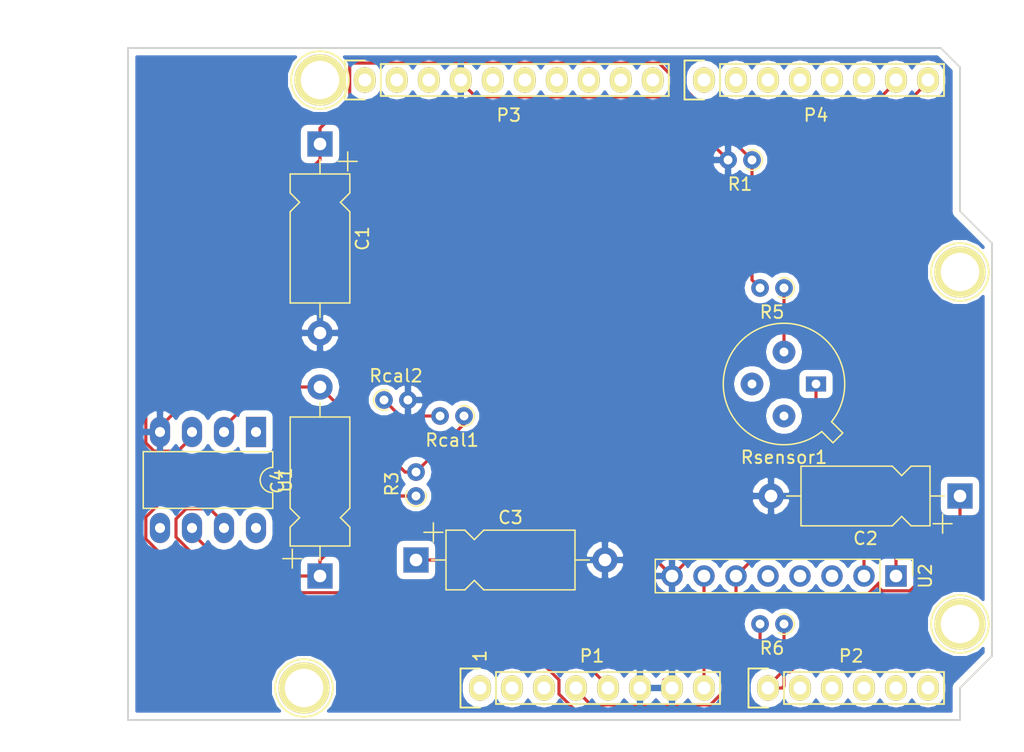
<source format=kicad_pcb>
(kicad_pcb (version 20171130) (host pcbnew "(5.0.1)-4")

  (general
    (thickness 1.6)
    (drawings 26)
    (tracks 112)
    (zones 0)
    (modules 21)
    (nets 43)
  )

  (page A4)
  (title_block
    (date "lun. 30 mars 2015")
  )

  (layers
    (0 F.Cu signal)
    (31 B.Cu signal)
    (32 B.Adhes user)
    (33 F.Adhes user)
    (34 B.Paste user)
    (35 F.Paste user)
    (36 B.SilkS user)
    (37 F.SilkS user)
    (38 B.Mask user)
    (39 F.Mask user)
    (40 Dwgs.User user)
    (41 Cmts.User user)
    (42 Eco1.User user)
    (43 Eco2.User user)
    (44 Edge.Cuts user)
    (45 Margin user)
    (46 B.CrtYd user)
    (47 F.CrtYd user)
    (48 B.Fab user)
    (49 F.Fab user)
  )

  (setup
    (last_trace_width 0.25)
    (trace_clearance 0.2)
    (zone_clearance 0.508)
    (zone_45_only no)
    (trace_min 0.2)
    (segment_width 0.15)
    (edge_width 0.15)
    (via_size 0.6)
    (via_drill 0.4)
    (via_min_size 0.4)
    (via_min_drill 0.3)
    (uvia_size 0.3)
    (uvia_drill 0.1)
    (uvias_allowed no)
    (uvia_min_size 0.2)
    (uvia_min_drill 0.1)
    (pcb_text_width 0.3)
    (pcb_text_size 1.5 1.5)
    (mod_edge_width 0.15)
    (mod_text_size 1 1)
    (mod_text_width 0.15)
    (pad_size 4.064 4.064)
    (pad_drill 3.048)
    (pad_to_mask_clearance 0)
    (solder_mask_min_width 0.25)
    (aux_axis_origin 110.998 126.365)
    (grid_origin 110.998 126.365)
    (visible_elements 7FFFFFFF)
    (pcbplotparams
      (layerselection 0x00030_80000001)
      (usegerberextensions false)
      (usegerberattributes false)
      (usegerberadvancedattributes false)
      (creategerberjobfile false)
      (excludeedgelayer true)
      (linewidth 0.100000)
      (plotframeref false)
      (viasonmask false)
      (mode 1)
      (useauxorigin false)
      (hpglpennumber 1)
      (hpglpenspeed 20)
      (hpglpendiameter 15.000000)
      (psnegative false)
      (psa4output false)
      (plotreference true)
      (plotvalue true)
      (plotinvisibletext false)
      (padsonsilk false)
      (subtractmaskfromsilk false)
      (outputformat 1)
      (mirror false)
      (drillshape 1)
      (scaleselection 1)
      (outputdirectory ""))
  )

  (net 0 "")
  (net 1 /IOREF)
  (net 2 /Reset)
  (net 3 +5V)
  (net 4 GND)
  (net 5 /Vin)
  (net 6 /A0)
  (net 7 /A1)
  (net 8 /A2)
  (net 9 /A3)
  (net 10 /AREF)
  (net 11 "/A4(SDA)")
  (net 12 "/A5(SCL)")
  (net 13 "/9(**)")
  (net 14 /8)
  (net 15 /7)
  (net 16 "/6(**)")
  (net 17 "/5(**)")
  (net 18 /4)
  (net 19 "/3(**)")
  (net 20 /2)
  (net 21 "/1(Tx)")
  (net 22 "/0(Rx)")
  (net 23 "Net-(P5-Pad1)")
  (net 24 "Net-(P6-Pad1)")
  (net 25 "Net-(P7-Pad1)")
  (net 26 "Net-(P8-Pad1)")
  (net 27 "/13(SCK)")
  (net 28 "/10(**/SS)")
  (net 29 "Net-(P1-Pad1)")
  (net 30 +3V3)
  (net 31 "/12(MISO)")
  (net 32 "/11(**/MOSI)")
  (net 33 "Net-(C1-Pad1)")
  (net 34 "Net-(C4-Pad1)")
  (net 35 "Net-(C4-Pad2)")
  (net 36 "Net-(R5-Pad1)")
  (net 37 "Net-(Rcal1-Pad2)")
  (net 38 "Net-(U1-Pad1)")
  (net 39 "Net-(U1-Pad5)")
  (net 40 "Net-(U1-Pad8)")
  (net 41 "Net-(U2-Pad3)")
  (net 42 "Net-(U2-Pad4)")

  (net_class Default "This is the default net class."
    (clearance 0.2)
    (trace_width 0.25)
    (via_dia 0.6)
    (via_drill 0.4)
    (uvia_dia 0.3)
    (uvia_drill 0.1)
    (add_net +3V3)
    (add_net +5V)
    (add_net "/0(Rx)")
    (add_net "/1(Tx)")
    (add_net "/10(**/SS)")
    (add_net "/11(**/MOSI)")
    (add_net "/12(MISO)")
    (add_net "/13(SCK)")
    (add_net /2)
    (add_net "/3(**)")
    (add_net /4)
    (add_net "/5(**)")
    (add_net "/6(**)")
    (add_net /7)
    (add_net /8)
    (add_net "/9(**)")
    (add_net /A0)
    (add_net /A1)
    (add_net /A2)
    (add_net /A3)
    (add_net "/A4(SDA)")
    (add_net "/A5(SCL)")
    (add_net /AREF)
    (add_net /IOREF)
    (add_net /Reset)
    (add_net /Vin)
    (add_net GND)
    (add_net "Net-(C1-Pad1)")
    (add_net "Net-(C4-Pad1)")
    (add_net "Net-(C4-Pad2)")
    (add_net "Net-(P1-Pad1)")
    (add_net "Net-(P5-Pad1)")
    (add_net "Net-(P6-Pad1)")
    (add_net "Net-(P7-Pad1)")
    (add_net "Net-(P8-Pad1)")
    (add_net "Net-(R5-Pad1)")
    (add_net "Net-(Rcal1-Pad2)")
    (add_net "Net-(U1-Pad1)")
    (add_net "Net-(U1-Pad5)")
    (add_net "Net-(U1-Pad8)")
    (add_net "Net-(U2-Pad3)")
    (add_net "Net-(U2-Pad4)")
  )

  (module Connector_PinHeader_2.54mm:PinHeader_1x08_P2.54mm_Vertical (layer F.Cu) (tedit 59FED5CC) (tstamp 5C18CE35)
    (at 171.958 114.935 270)
    (descr "Through hole straight pin header, 1x08, 2.54mm pitch, single row")
    (tags "Through hole pin header THT 1x08 2.54mm single row")
    (path /5C013291)
    (fp_text reference U2 (at 0 -2.33 270) (layer F.SilkS)
      (effects (font (size 1 1) (thickness 0.15)))
    )
    (fp_text value PinHeader_1x08_P2.54mm_Vertical (at 0 20.11 270) (layer F.Fab)
      (effects (font (size 1 1) (thickness 0.15)))
    )
    (fp_text user %R (at 0 8.89) (layer F.Fab)
      (effects (font (size 1 1) (thickness 0.15)))
    )
    (fp_line (start 1.8 -1.8) (end -1.8 -1.8) (layer F.CrtYd) (width 0.05))
    (fp_line (start 1.8 19.55) (end 1.8 -1.8) (layer F.CrtYd) (width 0.05))
    (fp_line (start -1.8 19.55) (end 1.8 19.55) (layer F.CrtYd) (width 0.05))
    (fp_line (start -1.8 -1.8) (end -1.8 19.55) (layer F.CrtYd) (width 0.05))
    (fp_line (start -1.33 -1.33) (end 0 -1.33) (layer F.SilkS) (width 0.12))
    (fp_line (start -1.33 0) (end -1.33 -1.33) (layer F.SilkS) (width 0.12))
    (fp_line (start -1.33 1.27) (end 1.33 1.27) (layer F.SilkS) (width 0.12))
    (fp_line (start 1.33 1.27) (end 1.33 19.11) (layer F.SilkS) (width 0.12))
    (fp_line (start -1.33 1.27) (end -1.33 19.11) (layer F.SilkS) (width 0.12))
    (fp_line (start -1.33 19.11) (end 1.33 19.11) (layer F.SilkS) (width 0.12))
    (fp_line (start -1.27 -0.635) (end -0.635 -1.27) (layer F.Fab) (width 0.1))
    (fp_line (start -1.27 19.05) (end -1.27 -0.635) (layer F.Fab) (width 0.1))
    (fp_line (start 1.27 19.05) (end -1.27 19.05) (layer F.Fab) (width 0.1))
    (fp_line (start 1.27 -1.27) (end 1.27 19.05) (layer F.Fab) (width 0.1))
    (fp_line (start -0.635 -1.27) (end 1.27 -1.27) (layer F.Fab) (width 0.1))
    (pad 8 thru_hole oval (at 0 17.78 270) (size 1.7 1.7) (drill 1) (layers *.Cu *.Mask)
      (net 4 GND))
    (pad 7 thru_hole oval (at 0 15.24 270) (size 1.7 1.7) (drill 1) (layers *.Cu *.Mask)
      (net 5 /Vin))
    (pad 6 thru_hole oval (at 0 12.7 270) (size 1.7 1.7) (drill 1) (layers *.Cu *.Mask)
      (net 30 +3V3))
    (pad 5 thru_hole oval (at 0 10.16 270) (size 1.7 1.7) (drill 1) (layers *.Cu *.Mask))
    (pad 4 thru_hole oval (at 0 7.62 270) (size 1.7 1.7) (drill 1) (layers *.Cu *.Mask)
      (net 42 "Net-(U2-Pad4)"))
    (pad 3 thru_hole oval (at 0 5.08 270) (size 1.7 1.7) (drill 1) (layers *.Cu *.Mask)
      (net 41 "Net-(U2-Pad3)"))
    (pad 2 thru_hole oval (at 0 2.54 270) (size 1.7 1.7) (drill 1) (layers *.Cu *.Mask)
      (net 21 "/1(Tx)"))
    (pad 1 thru_hole rect (at 0 0 270) (size 1.7 1.7) (drill 1) (layers *.Cu *.Mask)
      (net 22 "/0(Rx)"))
    (model ${KISYS3DMOD}/Connector_PinHeader_2.54mm.3dshapes/PinHeader_1x08_P2.54mm_Vertical.wrl
      (at (xyz 0 0 0))
      (scale (xyz 1 1 1))
      (rotate (xyz 0 0 0))
    )
  )

  (module Socket_Arduino_Uno:Socket_Strip_Arduino_1x08 locked (layer F.Cu) (tedit 551AF8B3) (tstamp 551AF9EA)
    (at 138.938 123.825)
    (descr "Through hole socket strip")
    (tags "socket strip")
    (path /56D70129)
    (fp_text reference P1 (at 8.89 -2.54) (layer F.SilkS)
      (effects (font (size 1 1) (thickness 0.15)))
    )
    (fp_text value Power (at 8.89 -4.064) (layer F.Fab)
      (effects (font (size 1 1) (thickness 0.15)))
    )
    (fp_line (start -1.55 -1.55) (end -1.55 1.55) (layer F.SilkS) (width 0.15))
    (fp_line (start 0 -1.55) (end -1.55 -1.55) (layer F.SilkS) (width 0.15))
    (fp_line (start 1.27 1.27) (end 1.27 -1.27) (layer F.SilkS) (width 0.15))
    (fp_line (start -1.55 1.55) (end 0 1.55) (layer F.SilkS) (width 0.15))
    (fp_line (start 19.05 -1.27) (end 1.27 -1.27) (layer F.SilkS) (width 0.15))
    (fp_line (start 19.05 1.27) (end 19.05 -1.27) (layer F.SilkS) (width 0.15))
    (fp_line (start 1.27 1.27) (end 19.05 1.27) (layer F.SilkS) (width 0.15))
    (fp_line (start -1.75 1.75) (end 19.55 1.75) (layer F.CrtYd) (width 0.05))
    (fp_line (start -1.75 -1.75) (end 19.55 -1.75) (layer F.CrtYd) (width 0.05))
    (fp_line (start 19.55 -1.75) (end 19.55 1.75) (layer F.CrtYd) (width 0.05))
    (fp_line (start -1.75 -1.75) (end -1.75 1.75) (layer F.CrtYd) (width 0.05))
    (pad 8 thru_hole oval (at 17.78 0) (size 1.7272 2.032) (drill 1.016) (layers *.Cu *.Mask F.SilkS)
      (net 5 /Vin))
    (pad 7 thru_hole oval (at 15.24 0) (size 1.7272 2.032) (drill 1.016) (layers *.Cu *.Mask F.SilkS)
      (net 4 GND))
    (pad 6 thru_hole oval (at 12.7 0) (size 1.7272 2.032) (drill 1.016) (layers *.Cu *.Mask F.SilkS)
      (net 4 GND))
    (pad 5 thru_hole oval (at 10.16 0) (size 1.7272 2.032) (drill 1.016) (layers *.Cu *.Mask F.SilkS)
      (net 3 +5V))
    (pad 4 thru_hole oval (at 7.62 0) (size 1.7272 2.032) (drill 1.016) (layers *.Cu *.Mask F.SilkS)
      (net 30 +3V3))
    (pad 3 thru_hole oval (at 5.08 0) (size 1.7272 2.032) (drill 1.016) (layers *.Cu *.Mask F.SilkS)
      (net 2 /Reset))
    (pad 2 thru_hole oval (at 2.54 0) (size 1.7272 2.032) (drill 1.016) (layers *.Cu *.Mask F.SilkS)
      (net 1 /IOREF))
    (pad 1 thru_hole oval (at 0 0) (size 1.7272 2.032) (drill 1.016) (layers *.Cu *.Mask F.SilkS)
      (net 29 "Net-(P1-Pad1)"))
    (model ${KIPRJMOD}/Socket_Arduino_Uno.3dshapes/Socket_header_Arduino_1x08.wrl
      (offset (xyz 8.889999866485596 0 0))
      (scale (xyz 1 1 1))
      (rotate (xyz 0 0 180))
    )
  )

  (module Socket_Arduino_Uno:Socket_Strip_Arduino_1x06 locked (layer F.Cu) (tedit 551AF7D9) (tstamp 551AF9FF)
    (at 161.798 123.825)
    (descr "Through hole socket strip")
    (tags "socket strip")
    (path /56D70DD8)
    (fp_text reference P2 (at 6.604 -2.54) (layer F.SilkS)
      (effects (font (size 1 1) (thickness 0.15)))
    )
    (fp_text value Analog (at 6.604 -4.064) (layer F.Fab)
      (effects (font (size 1 1) (thickness 0.15)))
    )
    (fp_line (start -1.55 -1.55) (end -1.55 1.55) (layer F.SilkS) (width 0.15))
    (fp_line (start 0 -1.55) (end -1.55 -1.55) (layer F.SilkS) (width 0.15))
    (fp_line (start 1.27 1.27) (end 1.27 -1.27) (layer F.SilkS) (width 0.15))
    (fp_line (start -1.55 1.55) (end 0 1.55) (layer F.SilkS) (width 0.15))
    (fp_line (start 13.97 -1.27) (end 1.27 -1.27) (layer F.SilkS) (width 0.15))
    (fp_line (start 13.97 1.27) (end 13.97 -1.27) (layer F.SilkS) (width 0.15))
    (fp_line (start 1.27 1.27) (end 13.97 1.27) (layer F.SilkS) (width 0.15))
    (fp_line (start -1.75 1.75) (end 14.45 1.75) (layer F.CrtYd) (width 0.05))
    (fp_line (start -1.75 -1.75) (end 14.45 -1.75) (layer F.CrtYd) (width 0.05))
    (fp_line (start 14.45 -1.75) (end 14.45 1.75) (layer F.CrtYd) (width 0.05))
    (fp_line (start -1.75 -1.75) (end -1.75 1.75) (layer F.CrtYd) (width 0.05))
    (pad 6 thru_hole oval (at 12.7 0) (size 1.7272 2.032) (drill 1.016) (layers *.Cu *.Mask F.SilkS)
      (net 12 "/A5(SCL)"))
    (pad 5 thru_hole oval (at 10.16 0) (size 1.7272 2.032) (drill 1.016) (layers *.Cu *.Mask F.SilkS)
      (net 11 "/A4(SDA)"))
    (pad 4 thru_hole oval (at 7.62 0) (size 1.7272 2.032) (drill 1.016) (layers *.Cu *.Mask F.SilkS)
      (net 9 /A3))
    (pad 3 thru_hole oval (at 5.08 0) (size 1.7272 2.032) (drill 1.016) (layers *.Cu *.Mask F.SilkS)
      (net 8 /A2))
    (pad 2 thru_hole oval (at 2.54 0) (size 1.7272 2.032) (drill 1.016) (layers *.Cu *.Mask F.SilkS)
      (net 7 /A1))
    (pad 1 thru_hole oval (at 0 0) (size 1.7272 2.032) (drill 1.016) (layers *.Cu *.Mask F.SilkS)
      (net 6 /A0))
    (model ${KIPRJMOD}/Socket_Arduino_Uno.3dshapes/Socket_header_Arduino_1x06.wrl
      (offset (xyz 6.349999904632568 0 0))
      (scale (xyz 1 1 1))
      (rotate (xyz 0 0 180))
    )
  )

  (module Socket_Arduino_Uno:Socket_Strip_Arduino_1x10 locked (layer F.Cu) (tedit 551AF8D9) (tstamp 551AFA18)
    (at 129.794 75.565)
    (descr "Through hole socket strip")
    (tags "socket strip")
    (path /56D721E0)
    (fp_text reference P3 (at 11.43 2.794) (layer F.SilkS)
      (effects (font (size 1 1) (thickness 0.15)))
    )
    (fp_text value Digital (at 11.43 4.318) (layer F.Fab)
      (effects (font (size 1 1) (thickness 0.15)))
    )
    (fp_line (start -1.55 -1.55) (end -1.55 1.55) (layer F.SilkS) (width 0.15))
    (fp_line (start 0 -1.55) (end -1.55 -1.55) (layer F.SilkS) (width 0.15))
    (fp_line (start 1.27 1.27) (end 1.27 -1.27) (layer F.SilkS) (width 0.15))
    (fp_line (start -1.55 1.55) (end 0 1.55) (layer F.SilkS) (width 0.15))
    (fp_line (start 24.13 -1.27) (end 1.27 -1.27) (layer F.SilkS) (width 0.15))
    (fp_line (start 24.13 1.27) (end 24.13 -1.27) (layer F.SilkS) (width 0.15))
    (fp_line (start 1.27 1.27) (end 24.13 1.27) (layer F.SilkS) (width 0.15))
    (fp_line (start -1.75 1.75) (end 24.65 1.75) (layer F.CrtYd) (width 0.05))
    (fp_line (start -1.75 -1.75) (end 24.65 -1.75) (layer F.CrtYd) (width 0.05))
    (fp_line (start 24.65 -1.75) (end 24.65 1.75) (layer F.CrtYd) (width 0.05))
    (fp_line (start -1.75 -1.75) (end -1.75 1.75) (layer F.CrtYd) (width 0.05))
    (pad 10 thru_hole oval (at 22.86 0) (size 1.7272 2.032) (drill 1.016) (layers *.Cu *.Mask F.SilkS)
      (net 14 /8))
    (pad 9 thru_hole oval (at 20.32 0) (size 1.7272 2.032) (drill 1.016) (layers *.Cu *.Mask F.SilkS)
      (net 13 "/9(**)"))
    (pad 8 thru_hole oval (at 17.78 0) (size 1.7272 2.032) (drill 1.016) (layers *.Cu *.Mask F.SilkS)
      (net 28 "/10(**/SS)"))
    (pad 7 thru_hole oval (at 15.24 0) (size 1.7272 2.032) (drill 1.016) (layers *.Cu *.Mask F.SilkS)
      (net 32 "/11(**/MOSI)"))
    (pad 6 thru_hole oval (at 12.7 0) (size 1.7272 2.032) (drill 1.016) (layers *.Cu *.Mask F.SilkS)
      (net 31 "/12(MISO)"))
    (pad 5 thru_hole oval (at 10.16 0) (size 1.7272 2.032) (drill 1.016) (layers *.Cu *.Mask F.SilkS)
      (net 27 "/13(SCK)"))
    (pad 4 thru_hole oval (at 7.62 0) (size 1.7272 2.032) (drill 1.016) (layers *.Cu *.Mask F.SilkS)
      (net 4 GND))
    (pad 3 thru_hole oval (at 5.08 0) (size 1.7272 2.032) (drill 1.016) (layers *.Cu *.Mask F.SilkS)
      (net 10 /AREF))
    (pad 2 thru_hole oval (at 2.54 0) (size 1.7272 2.032) (drill 1.016) (layers *.Cu *.Mask F.SilkS)
      (net 11 "/A4(SDA)"))
    (pad 1 thru_hole oval (at 0 0) (size 1.7272 2.032) (drill 1.016) (layers *.Cu *.Mask F.SilkS)
      (net 12 "/A5(SCL)"))
    (model ${KIPRJMOD}/Socket_Arduino_Uno.3dshapes/Socket_header_Arduino_1x10.wrl
      (offset (xyz 11.42999982833862 0 0))
      (scale (xyz 1 1 1))
      (rotate (xyz 0 0 180))
    )
  )

  (module Socket_Arduino_Uno:Socket_Strip_Arduino_1x08 locked (layer F.Cu) (tedit 551AF8B3) (tstamp 551AFA2F)
    (at 156.718 75.565)
    (descr "Through hole socket strip")
    (tags "socket strip")
    (path /56D7164F)
    (fp_text reference P4 (at 8.89 2.794) (layer F.SilkS)
      (effects (font (size 1 1) (thickness 0.15)))
    )
    (fp_text value Digital (at 8.89 4.318) (layer F.Fab)
      (effects (font (size 1 1) (thickness 0.15)))
    )
    (fp_line (start -1.55 -1.55) (end -1.55 1.55) (layer F.SilkS) (width 0.15))
    (fp_line (start 0 -1.55) (end -1.55 -1.55) (layer F.SilkS) (width 0.15))
    (fp_line (start 1.27 1.27) (end 1.27 -1.27) (layer F.SilkS) (width 0.15))
    (fp_line (start -1.55 1.55) (end 0 1.55) (layer F.SilkS) (width 0.15))
    (fp_line (start 19.05 -1.27) (end 1.27 -1.27) (layer F.SilkS) (width 0.15))
    (fp_line (start 19.05 1.27) (end 19.05 -1.27) (layer F.SilkS) (width 0.15))
    (fp_line (start 1.27 1.27) (end 19.05 1.27) (layer F.SilkS) (width 0.15))
    (fp_line (start -1.75 1.75) (end 19.55 1.75) (layer F.CrtYd) (width 0.05))
    (fp_line (start -1.75 -1.75) (end 19.55 -1.75) (layer F.CrtYd) (width 0.05))
    (fp_line (start 19.55 -1.75) (end 19.55 1.75) (layer F.CrtYd) (width 0.05))
    (fp_line (start -1.75 -1.75) (end -1.75 1.75) (layer F.CrtYd) (width 0.05))
    (pad 8 thru_hole oval (at 17.78 0) (size 1.7272 2.032) (drill 1.016) (layers *.Cu *.Mask F.SilkS)
      (net 22 "/0(Rx)"))
    (pad 7 thru_hole oval (at 15.24 0) (size 1.7272 2.032) (drill 1.016) (layers *.Cu *.Mask F.SilkS)
      (net 21 "/1(Tx)"))
    (pad 6 thru_hole oval (at 12.7 0) (size 1.7272 2.032) (drill 1.016) (layers *.Cu *.Mask F.SilkS)
      (net 20 /2))
    (pad 5 thru_hole oval (at 10.16 0) (size 1.7272 2.032) (drill 1.016) (layers *.Cu *.Mask F.SilkS)
      (net 19 "/3(**)"))
    (pad 4 thru_hole oval (at 7.62 0) (size 1.7272 2.032) (drill 1.016) (layers *.Cu *.Mask F.SilkS)
      (net 18 /4))
    (pad 3 thru_hole oval (at 5.08 0) (size 1.7272 2.032) (drill 1.016) (layers *.Cu *.Mask F.SilkS)
      (net 17 "/5(**)"))
    (pad 2 thru_hole oval (at 2.54 0) (size 1.7272 2.032) (drill 1.016) (layers *.Cu *.Mask F.SilkS)
      (net 16 "/6(**)"))
    (pad 1 thru_hole oval (at 0 0) (size 1.7272 2.032) (drill 1.016) (layers *.Cu *.Mask F.SilkS)
      (net 15 /7))
    (model ${KIPRJMOD}/Socket_Arduino_Uno.3dshapes/Socket_header_Arduino_1x08.wrl
      (offset (xyz 8.889999866485596 0 0))
      (scale (xyz 1 1 1))
      (rotate (xyz 0 0 180))
    )
  )

  (module Socket_Arduino_Uno:Arduino_1pin locked (layer F.Cu) (tedit 0) (tstamp 5524FC3F)
    (at 124.968 123.825)
    (descr "module 1 pin (ou trou mecanique de percage)")
    (tags DEV)
    (path /56D71177)
    (fp_text reference P5 (at 0 -3.048) (layer F.SilkS) hide
      (effects (font (size 1 1) (thickness 0.15)))
    )
    (fp_text value CONN_01X01 (at 0 2.794) (layer F.Fab) hide
      (effects (font (size 1 1) (thickness 0.15)))
    )
    (fp_circle (center 0 0) (end 0 -2.286) (layer F.SilkS) (width 0.15))
    (pad 1 thru_hole circle (at 0 0) (size 4.064 4.064) (drill 3.048) (layers *.Cu *.Mask F.SilkS)
      (net 23 "Net-(P5-Pad1)"))
  )

  (module Socket_Arduino_Uno:Arduino_1pin locked (layer F.Cu) (tedit 0) (tstamp 5524FC44)
    (at 177.038 118.745)
    (descr "module 1 pin (ou trou mecanique de percage)")
    (tags DEV)
    (path /56D71274)
    (fp_text reference P6 (at 0 -3.048) (layer F.SilkS) hide
      (effects (font (size 1 1) (thickness 0.15)))
    )
    (fp_text value CONN_01X01 (at 0 2.794) (layer F.Fab) hide
      (effects (font (size 1 1) (thickness 0.15)))
    )
    (fp_circle (center 0 0) (end 0 -2.286) (layer F.SilkS) (width 0.15))
    (pad 1 thru_hole circle (at 0 0) (size 4.064 4.064) (drill 3.048) (layers *.Cu *.Mask F.SilkS)
      (net 24 "Net-(P6-Pad1)"))
  )

  (module Socket_Arduino_Uno:Arduino_1pin locked (layer F.Cu) (tedit 0) (tstamp 5524FC49)
    (at 126.238 75.565)
    (descr "module 1 pin (ou trou mecanique de percage)")
    (tags DEV)
    (path /56D712A8)
    (fp_text reference P7 (at 0 -3.048) (layer F.SilkS) hide
      (effects (font (size 1 1) (thickness 0.15)))
    )
    (fp_text value CONN_01X01 (at 0 2.794) (layer F.Fab) hide
      (effects (font (size 1 1) (thickness 0.15)))
    )
    (fp_circle (center 0 0) (end 0 -2.286) (layer F.SilkS) (width 0.15))
    (pad 1 thru_hole circle (at 0 0) (size 4.064 4.064) (drill 3.048) (layers *.Cu *.Mask F.SilkS)
      (net 25 "Net-(P7-Pad1)"))
  )

  (module Socket_Arduino_Uno:Arduino_1pin locked (layer F.Cu) (tedit 0) (tstamp 5524FC4E)
    (at 177.038 90.805)
    (descr "module 1 pin (ou trou mecanique de percage)")
    (tags DEV)
    (path /56D712DB)
    (fp_text reference P8 (at 0 -3.048) (layer F.SilkS) hide
      (effects (font (size 1 1) (thickness 0.15)))
    )
    (fp_text value CONN_01X01 (at 0 2.794) (layer F.Fab) hide
      (effects (font (size 1 1) (thickness 0.15)))
    )
    (fp_circle (center 0 0) (end 0 -2.286) (layer F.SilkS) (width 0.15))
    (pad 1 thru_hole circle (at 0 0) (size 4.064 4.064) (drill 3.048) (layers *.Cu *.Mask F.SilkS)
      (net 26 "Net-(P8-Pad1)"))
  )

  (module Capacitor_THT:CP_Axial_L10.0mm_D4.5mm_P15.00mm_Horizontal (layer F.Cu) (tedit 5AE50EF2) (tstamp 5C18CD26)
    (at 126.238 80.645 270)
    (descr "CP, Axial series, Axial, Horizontal, pin pitch=15mm, , length*diameter=10*4.5mm^2, Electrolytic Capacitor, , http://www.vishay.com/docs/28325/021asm.pdf")
    (tags "CP Axial series Axial Horizontal pin pitch 15mm  length 10mm diameter 4.5mm Electrolytic Capacitor")
    (path /5BFF0443)
    (fp_text reference C1 (at 7.5 -3.37 270) (layer F.SilkS)
      (effects (font (size 1 1) (thickness 0.15)))
    )
    (fp_text value 100n (at 7.5 3.37 270) (layer F.Fab)
      (effects (font (size 1 1) (thickness 0.15)))
    )
    (fp_text user %R (at 7.5 0 270) (layer F.Fab)
      (effects (font (size 1 1) (thickness 0.15)))
    )
    (fp_line (start 16.25 -2.5) (end -1.25 -2.5) (layer F.CrtYd) (width 0.05))
    (fp_line (start 16.25 2.5) (end 16.25 -2.5) (layer F.CrtYd) (width 0.05))
    (fp_line (start -1.25 2.5) (end 16.25 2.5) (layer F.CrtYd) (width 0.05))
    (fp_line (start -1.25 -2.5) (end -1.25 2.5) (layer F.CrtYd) (width 0.05))
    (fp_line (start 13.76 0) (end 12.62 0) (layer F.SilkS) (width 0.12))
    (fp_line (start 1.24 0) (end 2.38 0) (layer F.SilkS) (width 0.12))
    (fp_line (start 5.38 2.37) (end 12.62 2.37) (layer F.SilkS) (width 0.12))
    (fp_line (start 4.63 1.62) (end 5.38 2.37) (layer F.SilkS) (width 0.12))
    (fp_line (start 3.88 2.37) (end 4.63 1.62) (layer F.SilkS) (width 0.12))
    (fp_line (start 2.38 2.37) (end 3.88 2.37) (layer F.SilkS) (width 0.12))
    (fp_line (start 5.38 -2.37) (end 12.62 -2.37) (layer F.SilkS) (width 0.12))
    (fp_line (start 4.63 -1.62) (end 5.38 -2.37) (layer F.SilkS) (width 0.12))
    (fp_line (start 3.88 -2.37) (end 4.63 -1.62) (layer F.SilkS) (width 0.12))
    (fp_line (start 2.38 -2.37) (end 3.88 -2.37) (layer F.SilkS) (width 0.12))
    (fp_line (start 12.62 -2.37) (end 12.62 2.37) (layer F.SilkS) (width 0.12))
    (fp_line (start 2.38 -2.37) (end 2.38 2.37) (layer F.SilkS) (width 0.12))
    (fp_line (start 1.38 -2.95) (end 1.38 -1.45) (layer F.SilkS) (width 0.12))
    (fp_line (start 0.63 -2.2) (end 2.13 -2.2) (layer F.SilkS) (width 0.12))
    (fp_line (start 4.65 -0.75) (end 4.65 0.75) (layer F.Fab) (width 0.1))
    (fp_line (start 3.9 0) (end 5.4 0) (layer F.Fab) (width 0.1))
    (fp_line (start 15 0) (end 12.5 0) (layer F.Fab) (width 0.1))
    (fp_line (start 0 0) (end 2.5 0) (layer F.Fab) (width 0.1))
    (fp_line (start 5.38 2.25) (end 12.5 2.25) (layer F.Fab) (width 0.1))
    (fp_line (start 4.63 1.5) (end 5.38 2.25) (layer F.Fab) (width 0.1))
    (fp_line (start 3.88 2.25) (end 4.63 1.5) (layer F.Fab) (width 0.1))
    (fp_line (start 2.5 2.25) (end 3.88 2.25) (layer F.Fab) (width 0.1))
    (fp_line (start 5.38 -2.25) (end 12.5 -2.25) (layer F.Fab) (width 0.1))
    (fp_line (start 4.63 -1.5) (end 5.38 -2.25) (layer F.Fab) (width 0.1))
    (fp_line (start 3.88 -2.25) (end 4.63 -1.5) (layer F.Fab) (width 0.1))
    (fp_line (start 2.5 -2.25) (end 3.88 -2.25) (layer F.Fab) (width 0.1))
    (fp_line (start 12.5 -2.25) (end 12.5 2.25) (layer F.Fab) (width 0.1))
    (fp_line (start 2.5 -2.25) (end 2.5 2.25) (layer F.Fab) (width 0.1))
    (pad 2 thru_hole oval (at 15 0 270) (size 2 2) (drill 1) (layers *.Cu *.Mask)
      (net 4 GND))
    (pad 1 thru_hole rect (at 0 0 270) (size 2 2) (drill 1) (layers *.Cu *.Mask)
      (net 33 "Net-(C1-Pad1)"))
    (model ${KISYS3DMOD}/Capacitor_THT.3dshapes/CP_Axial_L10.0mm_D4.5mm_P15.00mm_Horizontal.wrl
      (at (xyz 0 0 0))
      (scale (xyz 1 1 1))
      (rotate (xyz 0 0 0))
    )
  )

  (module Capacitor_THT:CP_Axial_L10.0mm_D4.5mm_P15.00mm_Horizontal (layer F.Cu) (tedit 5AE50EF2) (tstamp 5C18CD4D)
    (at 177.038 108.585 180)
    (descr "CP, Axial series, Axial, Horizontal, pin pitch=15mm, , length*diameter=10*4.5mm^2, Electrolytic Capacitor, , http://www.vishay.com/docs/28325/021asm.pdf")
    (tags "CP Axial series Axial Horizontal pin pitch 15mm  length 10mm diameter 4.5mm Electrolytic Capacitor")
    (path /5BFFA608)
    (fp_text reference C2 (at 7.5 -3.37 180) (layer F.SilkS)
      (effects (font (size 1 1) (thickness 0.15)))
    )
    (fp_text value 100n (at 7.5 3.37 180) (layer F.Fab)
      (effects (font (size 1 1) (thickness 0.15)))
    )
    (fp_text user %R (at 7.5 0 180) (layer F.Fab)
      (effects (font (size 1 1) (thickness 0.15)))
    )
    (fp_line (start 16.25 -2.5) (end -1.25 -2.5) (layer F.CrtYd) (width 0.05))
    (fp_line (start 16.25 2.5) (end 16.25 -2.5) (layer F.CrtYd) (width 0.05))
    (fp_line (start -1.25 2.5) (end 16.25 2.5) (layer F.CrtYd) (width 0.05))
    (fp_line (start -1.25 -2.5) (end -1.25 2.5) (layer F.CrtYd) (width 0.05))
    (fp_line (start 13.76 0) (end 12.62 0) (layer F.SilkS) (width 0.12))
    (fp_line (start 1.24 0) (end 2.38 0) (layer F.SilkS) (width 0.12))
    (fp_line (start 5.38 2.37) (end 12.62 2.37) (layer F.SilkS) (width 0.12))
    (fp_line (start 4.63 1.62) (end 5.38 2.37) (layer F.SilkS) (width 0.12))
    (fp_line (start 3.88 2.37) (end 4.63 1.62) (layer F.SilkS) (width 0.12))
    (fp_line (start 2.38 2.37) (end 3.88 2.37) (layer F.SilkS) (width 0.12))
    (fp_line (start 5.38 -2.37) (end 12.62 -2.37) (layer F.SilkS) (width 0.12))
    (fp_line (start 4.63 -1.62) (end 5.38 -2.37) (layer F.SilkS) (width 0.12))
    (fp_line (start 3.88 -2.37) (end 4.63 -1.62) (layer F.SilkS) (width 0.12))
    (fp_line (start 2.38 -2.37) (end 3.88 -2.37) (layer F.SilkS) (width 0.12))
    (fp_line (start 12.62 -2.37) (end 12.62 2.37) (layer F.SilkS) (width 0.12))
    (fp_line (start 2.38 -2.37) (end 2.38 2.37) (layer F.SilkS) (width 0.12))
    (fp_line (start 1.38 -2.95) (end 1.38 -1.45) (layer F.SilkS) (width 0.12))
    (fp_line (start 0.63 -2.2) (end 2.13 -2.2) (layer F.SilkS) (width 0.12))
    (fp_line (start 4.65 -0.75) (end 4.65 0.75) (layer F.Fab) (width 0.1))
    (fp_line (start 3.9 0) (end 5.4 0) (layer F.Fab) (width 0.1))
    (fp_line (start 15 0) (end 12.5 0) (layer F.Fab) (width 0.1))
    (fp_line (start 0 0) (end 2.5 0) (layer F.Fab) (width 0.1))
    (fp_line (start 5.38 2.25) (end 12.5 2.25) (layer F.Fab) (width 0.1))
    (fp_line (start 4.63 1.5) (end 5.38 2.25) (layer F.Fab) (width 0.1))
    (fp_line (start 3.88 2.25) (end 4.63 1.5) (layer F.Fab) (width 0.1))
    (fp_line (start 2.5 2.25) (end 3.88 2.25) (layer F.Fab) (width 0.1))
    (fp_line (start 5.38 -2.25) (end 12.5 -2.25) (layer F.Fab) (width 0.1))
    (fp_line (start 4.63 -1.5) (end 5.38 -2.25) (layer F.Fab) (width 0.1))
    (fp_line (start 3.88 -2.25) (end 4.63 -1.5) (layer F.Fab) (width 0.1))
    (fp_line (start 2.5 -2.25) (end 3.88 -2.25) (layer F.Fab) (width 0.1))
    (fp_line (start 12.5 -2.25) (end 12.5 2.25) (layer F.Fab) (width 0.1))
    (fp_line (start 2.5 -2.25) (end 2.5 2.25) (layer F.Fab) (width 0.1))
    (pad 2 thru_hole oval (at 15 0 180) (size 2 2) (drill 1) (layers *.Cu *.Mask)
      (net 4 GND))
    (pad 1 thru_hole rect (at 0 0 180) (size 2 2) (drill 1) (layers *.Cu *.Mask)
      (net 6 /A0))
    (model ${KISYS3DMOD}/Capacitor_THT.3dshapes/CP_Axial_L10.0mm_D4.5mm_P15.00mm_Horizontal.wrl
      (at (xyz 0 0 0))
      (scale (xyz 1 1 1))
      (rotate (xyz 0 0 0))
    )
  )

  (module Capacitor_THT:CP_Axial_L10.0mm_D4.5mm_P15.00mm_Horizontal (layer F.Cu) (tedit 5AE50EF2) (tstamp 5C18CD74)
    (at 133.858 113.665)
    (descr "CP, Axial series, Axial, Horizontal, pin pitch=15mm, , length*diameter=10*4.5mm^2, Electrolytic Capacitor, , http://www.vishay.com/docs/28325/021asm.pdf")
    (tags "CP Axial series Axial Horizontal pin pitch 15mm  length 10mm diameter 4.5mm Electrolytic Capacitor")
    (path /5BFE796A)
    (fp_text reference C3 (at 7.5 -3.37) (layer F.SilkS)
      (effects (font (size 1 1) (thickness 0.15)))
    )
    (fp_text value 100n (at 7.5 3.37) (layer F.Fab)
      (effects (font (size 1 1) (thickness 0.15)))
    )
    (fp_line (start 2.5 -2.25) (end 2.5 2.25) (layer F.Fab) (width 0.1))
    (fp_line (start 12.5 -2.25) (end 12.5 2.25) (layer F.Fab) (width 0.1))
    (fp_line (start 2.5 -2.25) (end 3.88 -2.25) (layer F.Fab) (width 0.1))
    (fp_line (start 3.88 -2.25) (end 4.63 -1.5) (layer F.Fab) (width 0.1))
    (fp_line (start 4.63 -1.5) (end 5.38 -2.25) (layer F.Fab) (width 0.1))
    (fp_line (start 5.38 -2.25) (end 12.5 -2.25) (layer F.Fab) (width 0.1))
    (fp_line (start 2.5 2.25) (end 3.88 2.25) (layer F.Fab) (width 0.1))
    (fp_line (start 3.88 2.25) (end 4.63 1.5) (layer F.Fab) (width 0.1))
    (fp_line (start 4.63 1.5) (end 5.38 2.25) (layer F.Fab) (width 0.1))
    (fp_line (start 5.38 2.25) (end 12.5 2.25) (layer F.Fab) (width 0.1))
    (fp_line (start 0 0) (end 2.5 0) (layer F.Fab) (width 0.1))
    (fp_line (start 15 0) (end 12.5 0) (layer F.Fab) (width 0.1))
    (fp_line (start 3.9 0) (end 5.4 0) (layer F.Fab) (width 0.1))
    (fp_line (start 4.65 -0.75) (end 4.65 0.75) (layer F.Fab) (width 0.1))
    (fp_line (start 0.63 -2.2) (end 2.13 -2.2) (layer F.SilkS) (width 0.12))
    (fp_line (start 1.38 -2.95) (end 1.38 -1.45) (layer F.SilkS) (width 0.12))
    (fp_line (start 2.38 -2.37) (end 2.38 2.37) (layer F.SilkS) (width 0.12))
    (fp_line (start 12.62 -2.37) (end 12.62 2.37) (layer F.SilkS) (width 0.12))
    (fp_line (start 2.38 -2.37) (end 3.88 -2.37) (layer F.SilkS) (width 0.12))
    (fp_line (start 3.88 -2.37) (end 4.63 -1.62) (layer F.SilkS) (width 0.12))
    (fp_line (start 4.63 -1.62) (end 5.38 -2.37) (layer F.SilkS) (width 0.12))
    (fp_line (start 5.38 -2.37) (end 12.62 -2.37) (layer F.SilkS) (width 0.12))
    (fp_line (start 2.38 2.37) (end 3.88 2.37) (layer F.SilkS) (width 0.12))
    (fp_line (start 3.88 2.37) (end 4.63 1.62) (layer F.SilkS) (width 0.12))
    (fp_line (start 4.63 1.62) (end 5.38 2.37) (layer F.SilkS) (width 0.12))
    (fp_line (start 5.38 2.37) (end 12.62 2.37) (layer F.SilkS) (width 0.12))
    (fp_line (start 1.24 0) (end 2.38 0) (layer F.SilkS) (width 0.12))
    (fp_line (start 13.76 0) (end 12.62 0) (layer F.SilkS) (width 0.12))
    (fp_line (start -1.25 -2.5) (end -1.25 2.5) (layer F.CrtYd) (width 0.05))
    (fp_line (start -1.25 2.5) (end 16.25 2.5) (layer F.CrtYd) (width 0.05))
    (fp_line (start 16.25 2.5) (end 16.25 -2.5) (layer F.CrtYd) (width 0.05))
    (fp_line (start 16.25 -2.5) (end -1.25 -2.5) (layer F.CrtYd) (width 0.05))
    (fp_text user %R (at 7.5 0) (layer F.Fab)
      (effects (font (size 1 1) (thickness 0.15)))
    )
    (pad 1 thru_hole rect (at 0 0) (size 2 2) (drill 1) (layers *.Cu *.Mask)
      (net 3 +5V))
    (pad 2 thru_hole oval (at 15 0) (size 2 2) (drill 1) (layers *.Cu *.Mask)
      (net 4 GND))
    (model ${KISYS3DMOD}/Capacitor_THT.3dshapes/CP_Axial_L10.0mm_D4.5mm_P15.00mm_Horizontal.wrl
      (at (xyz 0 0 0))
      (scale (xyz 1 1 1))
      (rotate (xyz 0 0 0))
    )
  )

  (module Capacitor_THT:CP_Axial_L10.0mm_D4.5mm_P15.00mm_Horizontal (layer F.Cu) (tedit 5AE50EF2) (tstamp 5C18CD9B)
    (at 126.238 114.935 90)
    (descr "CP, Axial series, Axial, Horizontal, pin pitch=15mm, , length*diameter=10*4.5mm^2, Electrolytic Capacitor, , http://www.vishay.com/docs/28325/021asm.pdf")
    (tags "CP Axial series Axial Horizontal pin pitch 15mm  length 10mm diameter 4.5mm Electrolytic Capacitor")
    (path /5BFFA2F6)
    (fp_text reference C4 (at 7.5 -3.37 90) (layer F.SilkS)
      (effects (font (size 1 1) (thickness 0.15)))
    )
    (fp_text value 1u (at 7.5 3.37 90) (layer F.Fab)
      (effects (font (size 1 1) (thickness 0.15)))
    )
    (fp_line (start 2.5 -2.25) (end 2.5 2.25) (layer F.Fab) (width 0.1))
    (fp_line (start 12.5 -2.25) (end 12.5 2.25) (layer F.Fab) (width 0.1))
    (fp_line (start 2.5 -2.25) (end 3.88 -2.25) (layer F.Fab) (width 0.1))
    (fp_line (start 3.88 -2.25) (end 4.63 -1.5) (layer F.Fab) (width 0.1))
    (fp_line (start 4.63 -1.5) (end 5.38 -2.25) (layer F.Fab) (width 0.1))
    (fp_line (start 5.38 -2.25) (end 12.5 -2.25) (layer F.Fab) (width 0.1))
    (fp_line (start 2.5 2.25) (end 3.88 2.25) (layer F.Fab) (width 0.1))
    (fp_line (start 3.88 2.25) (end 4.63 1.5) (layer F.Fab) (width 0.1))
    (fp_line (start 4.63 1.5) (end 5.38 2.25) (layer F.Fab) (width 0.1))
    (fp_line (start 5.38 2.25) (end 12.5 2.25) (layer F.Fab) (width 0.1))
    (fp_line (start 0 0) (end 2.5 0) (layer F.Fab) (width 0.1))
    (fp_line (start 15 0) (end 12.5 0) (layer F.Fab) (width 0.1))
    (fp_line (start 3.9 0) (end 5.4 0) (layer F.Fab) (width 0.1))
    (fp_line (start 4.65 -0.75) (end 4.65 0.75) (layer F.Fab) (width 0.1))
    (fp_line (start 0.63 -2.2) (end 2.13 -2.2) (layer F.SilkS) (width 0.12))
    (fp_line (start 1.38 -2.95) (end 1.38 -1.45) (layer F.SilkS) (width 0.12))
    (fp_line (start 2.38 -2.37) (end 2.38 2.37) (layer F.SilkS) (width 0.12))
    (fp_line (start 12.62 -2.37) (end 12.62 2.37) (layer F.SilkS) (width 0.12))
    (fp_line (start 2.38 -2.37) (end 3.88 -2.37) (layer F.SilkS) (width 0.12))
    (fp_line (start 3.88 -2.37) (end 4.63 -1.62) (layer F.SilkS) (width 0.12))
    (fp_line (start 4.63 -1.62) (end 5.38 -2.37) (layer F.SilkS) (width 0.12))
    (fp_line (start 5.38 -2.37) (end 12.62 -2.37) (layer F.SilkS) (width 0.12))
    (fp_line (start 2.38 2.37) (end 3.88 2.37) (layer F.SilkS) (width 0.12))
    (fp_line (start 3.88 2.37) (end 4.63 1.62) (layer F.SilkS) (width 0.12))
    (fp_line (start 4.63 1.62) (end 5.38 2.37) (layer F.SilkS) (width 0.12))
    (fp_line (start 5.38 2.37) (end 12.62 2.37) (layer F.SilkS) (width 0.12))
    (fp_line (start 1.24 0) (end 2.38 0) (layer F.SilkS) (width 0.12))
    (fp_line (start 13.76 0) (end 12.62 0) (layer F.SilkS) (width 0.12))
    (fp_line (start -1.25 -2.5) (end -1.25 2.5) (layer F.CrtYd) (width 0.05))
    (fp_line (start -1.25 2.5) (end 16.25 2.5) (layer F.CrtYd) (width 0.05))
    (fp_line (start 16.25 2.5) (end 16.25 -2.5) (layer F.CrtYd) (width 0.05))
    (fp_line (start 16.25 -2.5) (end -1.25 -2.5) (layer F.CrtYd) (width 0.05))
    (fp_text user %R (at 7.5 0 90) (layer F.Fab)
      (effects (font (size 1 1) (thickness 0.15)))
    )
    (pad 1 thru_hole rect (at 0 0 90) (size 2 2) (drill 1) (layers *.Cu *.Mask)
      (net 34 "Net-(C4-Pad1)"))
    (pad 2 thru_hole oval (at 15 0 90) (size 2 2) (drill 1) (layers *.Cu *.Mask)
      (net 35 "Net-(C4-Pad2)"))
    (model ${KISYS3DMOD}/Capacitor_THT.3dshapes/CP_Axial_L10.0mm_D4.5mm_P15.00mm_Horizontal.wrl
      (at (xyz 0 0 0))
      (scale (xyz 1 1 1))
      (rotate (xyz 0 0 0))
    )
  )

  (module Resistor_THT:R_Axial_DIN0204_L3.6mm_D1.6mm_P1.90mm_Vertical (layer F.Cu) (tedit 5AE5139B) (tstamp 5C18CDA9)
    (at 160.528 81.915 180)
    (descr "Resistor, Axial_DIN0204 series, Axial, Vertical, pin pitch=1.9mm, 0.167W, length*diameter=3.6*1.6mm^2, http://cdn-reichelt.de/documents/datenblatt/B400/1_4W%23YAG.pdf")
    (tags "Resistor Axial_DIN0204 series Axial Vertical pin pitch 1.9mm 0.167W length 3.6mm diameter 1.6mm")
    (path /5BFF3E33)
    (fp_text reference R1 (at 0.95 -1.92 180) (layer F.SilkS)
      (effects (font (size 1 1) (thickness 0.15)))
    )
    (fp_text value 100k (at 0.95 1.92 180) (layer F.Fab)
      (effects (font (size 1 1) (thickness 0.15)))
    )
    (fp_text user %R (at 0.95 -1.92 180) (layer F.Fab)
      (effects (font (size 1 1) (thickness 0.15)))
    )
    (fp_line (start 2.86 -1.05) (end -1.05 -1.05) (layer F.CrtYd) (width 0.05))
    (fp_line (start 2.86 1.05) (end 2.86 -1.05) (layer F.CrtYd) (width 0.05))
    (fp_line (start -1.05 1.05) (end 2.86 1.05) (layer F.CrtYd) (width 0.05))
    (fp_line (start -1.05 -1.05) (end -1.05 1.05) (layer F.CrtYd) (width 0.05))
    (fp_line (start 0 0) (end 1.9 0) (layer F.Fab) (width 0.1))
    (fp_circle (center 0 0) (end 0.8 0) (layer F.Fab) (width 0.1))
    (fp_arc (start 0 0) (end 0.417133 -0.7) (angle -233.92106) (layer F.SilkS) (width 0.12))
    (pad 2 thru_hole oval (at 1.9 0 180) (size 1.4 1.4) (drill 0.7) (layers *.Cu *.Mask)
      (net 4 GND))
    (pad 1 thru_hole circle (at 0 0 180) (size 1.4 1.4) (drill 0.7) (layers *.Cu *.Mask)
      (net 33 "Net-(C1-Pad1)"))
    (model ${KISYS3DMOD}/Resistor_THT.3dshapes/R_Axial_DIN0204_L3.6mm_D1.6mm_P1.90mm_Vertical.wrl
      (at (xyz 0 0 0))
      (scale (xyz 1 1 1))
      (rotate (xyz 0 0 0))
    )
  )

  (module Resistor_THT:R_Axial_DIN0204_L3.6mm_D1.6mm_P1.90mm_Vertical (layer F.Cu) (tedit 5AE5139B) (tstamp 5C18CDB7)
    (at 133.858 108.585 90)
    (descr "Resistor, Axial_DIN0204 series, Axial, Vertical, pin pitch=1.9mm, 0.167W, length*diameter=3.6*1.6mm^2, http://cdn-reichelt.de/documents/datenblatt/B400/1_4W%23YAG.pdf")
    (tags "Resistor Axial_DIN0204 series Axial Vertical pin pitch 1.9mm 0.167W length 3.6mm diameter 1.6mm")
    (path /5BFFA58E)
    (fp_text reference R3 (at 0.95 -1.92 90) (layer F.SilkS)
      (effects (font (size 1 1) (thickness 0.15)))
    )
    (fp_text value 100k (at 0.95 1.92 90) (layer F.Fab)
      (effects (font (size 1 1) (thickness 0.15)))
    )
    (fp_text user %R (at 0.95 -1.92 90) (layer F.Fab)
      (effects (font (size 1 1) (thickness 0.15)))
    )
    (fp_line (start 2.86 -1.05) (end -1.05 -1.05) (layer F.CrtYd) (width 0.05))
    (fp_line (start 2.86 1.05) (end 2.86 -1.05) (layer F.CrtYd) (width 0.05))
    (fp_line (start -1.05 1.05) (end 2.86 1.05) (layer F.CrtYd) (width 0.05))
    (fp_line (start -1.05 -1.05) (end -1.05 1.05) (layer F.CrtYd) (width 0.05))
    (fp_line (start 0 0) (end 1.9 0) (layer F.Fab) (width 0.1))
    (fp_circle (center 0 0) (end 0.8 0) (layer F.Fab) (width 0.1))
    (fp_arc (start 0 0) (end 0.417133 -0.7) (angle -233.92106) (layer F.SilkS) (width 0.12))
    (pad 2 thru_hole oval (at 1.9 0 90) (size 1.4 1.4) (drill 0.7) (layers *.Cu *.Mask)
      (net 35 "Net-(C4-Pad2)"))
    (pad 1 thru_hole circle (at 0 0 90) (size 1.4 1.4) (drill 0.7) (layers *.Cu *.Mask)
      (net 34 "Net-(C4-Pad1)"))
    (model ${KISYS3DMOD}/Resistor_THT.3dshapes/R_Axial_DIN0204_L3.6mm_D1.6mm_P1.90mm_Vertical.wrl
      (at (xyz 0 0 0))
      (scale (xyz 1 1 1))
      (rotate (xyz 0 0 0))
    )
  )

  (module Resistor_THT:R_Axial_DIN0204_L3.6mm_D1.6mm_P1.90mm_Vertical (layer F.Cu) (tedit 5AE5139B) (tstamp 5C18CDC5)
    (at 163.068 92.075 180)
    (descr "Resistor, Axial_DIN0204 series, Axial, Vertical, pin pitch=1.9mm, 0.167W, length*diameter=3.6*1.6mm^2, http://cdn-reichelt.de/documents/datenblatt/B400/1_4W%23YAG.pdf")
    (tags "Resistor Axial_DIN0204 series Axial Vertical pin pitch 1.9mm 0.167W length 3.6mm diameter 1.6mm")
    (path /5BFEE1F8)
    (fp_text reference R5 (at 0.95 -1.92 180) (layer F.SilkS)
      (effects (font (size 1 1) (thickness 0.15)))
    )
    (fp_text value 10k (at 0.95 1.92 180) (layer F.Fab)
      (effects (font (size 1 1) (thickness 0.15)))
    )
    (fp_arc (start 0 0) (end 0.417133 -0.7) (angle -233.92106) (layer F.SilkS) (width 0.12))
    (fp_circle (center 0 0) (end 0.8 0) (layer F.Fab) (width 0.1))
    (fp_line (start 0 0) (end 1.9 0) (layer F.Fab) (width 0.1))
    (fp_line (start -1.05 -1.05) (end -1.05 1.05) (layer F.CrtYd) (width 0.05))
    (fp_line (start -1.05 1.05) (end 2.86 1.05) (layer F.CrtYd) (width 0.05))
    (fp_line (start 2.86 1.05) (end 2.86 -1.05) (layer F.CrtYd) (width 0.05))
    (fp_line (start 2.86 -1.05) (end -1.05 -1.05) (layer F.CrtYd) (width 0.05))
    (fp_text user %R (at 0.95 -1.92 180) (layer F.Fab)
      (effects (font (size 1 1) (thickness 0.15)))
    )
    (pad 1 thru_hole circle (at 0 0 180) (size 1.4 1.4) (drill 0.7) (layers *.Cu *.Mask)
      (net 36 "Net-(R5-Pad1)"))
    (pad 2 thru_hole oval (at 1.9 0 180) (size 1.4 1.4) (drill 0.7) (layers *.Cu *.Mask)
      (net 33 "Net-(C1-Pad1)"))
    (model ${KISYS3DMOD}/Resistor_THT.3dshapes/R_Axial_DIN0204_L3.6mm_D1.6mm_P1.90mm_Vertical.wrl
      (at (xyz 0 0 0))
      (scale (xyz 1 1 1))
      (rotate (xyz 0 0 0))
    )
  )

  (module Resistor_THT:R_Axial_DIN0204_L3.6mm_D1.6mm_P1.90mm_Vertical (layer F.Cu) (tedit 5AE5139B) (tstamp 5C18CDD3)
    (at 163.068 118.745 180)
    (descr "Resistor, Axial_DIN0204 series, Axial, Vertical, pin pitch=1.9mm, 0.167W, length*diameter=3.6*1.6mm^2, http://cdn-reichelt.de/documents/datenblatt/B400/1_4W%23YAG.pdf")
    (tags "Resistor Axial_DIN0204 series Axial Vertical pin pitch 1.9mm 0.167W length 3.6mm diameter 1.6mm")
    (path /5BFFA383)
    (fp_text reference R6 (at 0.95 -1.92 180) (layer F.SilkS)
      (effects (font (size 1 1) (thickness 0.15)))
    )
    (fp_text value 1k (at 0.95 1.92 180) (layer F.Fab)
      (effects (font (size 1 1) (thickness 0.15)))
    )
    (fp_arc (start 0 0) (end 0.417133 -0.7) (angle -233.92106) (layer F.SilkS) (width 0.12))
    (fp_circle (center 0 0) (end 0.8 0) (layer F.Fab) (width 0.1))
    (fp_line (start 0 0) (end 1.9 0) (layer F.Fab) (width 0.1))
    (fp_line (start -1.05 -1.05) (end -1.05 1.05) (layer F.CrtYd) (width 0.05))
    (fp_line (start -1.05 1.05) (end 2.86 1.05) (layer F.CrtYd) (width 0.05))
    (fp_line (start 2.86 1.05) (end 2.86 -1.05) (layer F.CrtYd) (width 0.05))
    (fp_line (start 2.86 -1.05) (end -1.05 -1.05) (layer F.CrtYd) (width 0.05))
    (fp_text user %R (at 0.95 -1.92 180) (layer F.Fab)
      (effects (font (size 1 1) (thickness 0.15)))
    )
    (pad 1 thru_hole circle (at 0 0 180) (size 1.4 1.4) (drill 0.7) (layers *.Cu *.Mask)
      (net 6 /A0))
    (pad 2 thru_hole oval (at 1.9 0 180) (size 1.4 1.4) (drill 0.7) (layers *.Cu *.Mask)
      (net 34 "Net-(C4-Pad1)"))
    (model ${KISYS3DMOD}/Resistor_THT.3dshapes/R_Axial_DIN0204_L3.6mm_D1.6mm_P1.90mm_Vertical.wrl
      (at (xyz 0 0 0))
      (scale (xyz 1 1 1))
      (rotate (xyz 0 0 0))
    )
  )

  (module Resistor_THT:R_Axial_DIN0204_L3.6mm_D1.6mm_P1.90mm_Vertical (layer F.Cu) (tedit 5AE5139B) (tstamp 5C18CDE1)
    (at 137.668 102.235 180)
    (descr "Resistor, Axial_DIN0204 series, Axial, Vertical, pin pitch=1.9mm, 0.167W, length*diameter=3.6*1.6mm^2, http://cdn-reichelt.de/documents/datenblatt/B400/1_4W%23YAG.pdf")
    (tags "Resistor Axial_DIN0204 series Axial Vertical pin pitch 1.9mm 0.167W length 3.6mm diameter 1.6mm")
    (path /5BFF58E2)
    (fp_text reference Rcal1 (at 0.95 -1.92 180) (layer F.SilkS)
      (effects (font (size 1 1) (thickness 0.15)))
    )
    (fp_text value R (at 0.95 1.92 180) (layer F.Fab)
      (effects (font (size 1 1) (thickness 0.15)))
    )
    (fp_arc (start 0 0) (end 0.417133 -0.7) (angle -233.92106) (layer F.SilkS) (width 0.12))
    (fp_circle (center 0 0) (end 0.8 0) (layer F.Fab) (width 0.1))
    (fp_line (start 0 0) (end 1.9 0) (layer F.Fab) (width 0.1))
    (fp_line (start -1.05 -1.05) (end -1.05 1.05) (layer F.CrtYd) (width 0.05))
    (fp_line (start -1.05 1.05) (end 2.86 1.05) (layer F.CrtYd) (width 0.05))
    (fp_line (start 2.86 1.05) (end 2.86 -1.05) (layer F.CrtYd) (width 0.05))
    (fp_line (start 2.86 -1.05) (end -1.05 -1.05) (layer F.CrtYd) (width 0.05))
    (fp_text user %R (at 0.95 -1.92 180) (layer F.Fab)
      (effects (font (size 1 1) (thickness 0.15)))
    )
    (pad 1 thru_hole circle (at 0 0 180) (size 1.4 1.4) (drill 0.7) (layers *.Cu *.Mask)
      (net 35 "Net-(C4-Pad2)"))
    (pad 2 thru_hole oval (at 1.9 0 180) (size 1.4 1.4) (drill 0.7) (layers *.Cu *.Mask)
      (net 37 "Net-(Rcal1-Pad2)"))
    (model ${KISYS3DMOD}/Resistor_THT.3dshapes/R_Axial_DIN0204_L3.6mm_D1.6mm_P1.90mm_Vertical.wrl
      (at (xyz 0 0 0))
      (scale (xyz 1 1 1))
      (rotate (xyz 0 0 0))
    )
  )

  (module Resistor_THT:R_Axial_DIN0204_L3.6mm_D1.6mm_P1.90mm_Vertical (layer F.Cu) (tedit 5AE5139B) (tstamp 5C18CDEF)
    (at 131.318 100.965)
    (descr "Resistor, Axial_DIN0204 series, Axial, Vertical, pin pitch=1.9mm, 0.167W, length*diameter=3.6*1.6mm^2, http://cdn-reichelt.de/documents/datenblatt/B400/1_4W%23YAG.pdf")
    (tags "Resistor Axial_DIN0204 series Axial Vertical pin pitch 1.9mm 0.167W length 3.6mm diameter 1.6mm")
    (path /5BFF5948)
    (fp_text reference Rcal2 (at 0.95 -1.92) (layer F.SilkS)
      (effects (font (size 1 1) (thickness 0.15)))
    )
    (fp_text value R (at 0.95 1.92) (layer F.Fab)
      (effects (font (size 1 1) (thickness 0.15)))
    )
    (fp_text user %R (at 0.95 -1.92) (layer F.Fab)
      (effects (font (size 1 1) (thickness 0.15)))
    )
    (fp_line (start 2.86 -1.05) (end -1.05 -1.05) (layer F.CrtYd) (width 0.05))
    (fp_line (start 2.86 1.05) (end 2.86 -1.05) (layer F.CrtYd) (width 0.05))
    (fp_line (start -1.05 1.05) (end 2.86 1.05) (layer F.CrtYd) (width 0.05))
    (fp_line (start -1.05 -1.05) (end -1.05 1.05) (layer F.CrtYd) (width 0.05))
    (fp_line (start 0 0) (end 1.9 0) (layer F.Fab) (width 0.1))
    (fp_circle (center 0 0) (end 0.8 0) (layer F.Fab) (width 0.1))
    (fp_arc (start 0 0) (end 0.417133 -0.7) (angle -233.92106) (layer F.SilkS) (width 0.12))
    (pad 2 thru_hole oval (at 1.9 0) (size 1.4 1.4) (drill 0.7) (layers *.Cu *.Mask)
      (net 4 GND))
    (pad 1 thru_hole circle (at 0 0) (size 1.4 1.4) (drill 0.7) (layers *.Cu *.Mask)
      (net 37 "Net-(Rcal1-Pad2)"))
    (model ${KISYS3DMOD}/Resistor_THT.3dshapes/R_Axial_DIN0204_L3.6mm_D1.6mm_P1.90mm_Vertical.wrl
      (at (xyz 0 0 0))
      (scale (xyz 1 1 1))
      (rotate (xyz 0 0 0))
    )
  )

  (module projet:TO-5-4 (layer F.Cu) (tedit 5BFD6CD0) (tstamp 5C18CE05)
    (at 165.608 99.695 180)
    (descr TO-5-4)
    (tags TO-5-4)
    (path /5BFEE3D8)
    (fp_text reference Rsensor1 (at 2.54 -5.82 180) (layer F.SilkS)
      (effects (font (size 1 1) (thickness 0.15)))
    )
    (fp_text value 10k<...<1G (at 2.54 5.82 180) (layer F.Fab)
      (effects (font (size 1 1) (thickness 0.15)))
    )
    (fp_arc (start 2.54 0) (end -0.457084 -3.774902) (angle 346.9) (layer F.SilkS) (width 0.12))
    (fp_arc (start 2.54 0) (end -0.465408 -3.61352) (angle 349.5) (layer F.Fab) (width 0.1))
    (fp_circle (center 2.54 0) (end 6.79 0) (layer F.Fab) (width 0.1))
    (fp_line (start 7.49 -4.95) (end -2.41 -4.95) (layer F.CrtYd) (width 0.05))
    (fp_line (start 7.49 4.95) (end 7.49 -4.95) (layer F.CrtYd) (width 0.05))
    (fp_line (start -2.41 4.95) (end 7.49 4.95) (layer F.CrtYd) (width 0.05))
    (fp_line (start -2.41 -4.95) (end -2.41 4.95) (layer F.CrtYd) (width 0.05))
    (fp_line (start -2.125856 -3.888039) (end -1.234902 -2.997084) (layer F.SilkS) (width 0.12))
    (fp_line (start -1.348039 -4.665856) (end -2.125856 -3.888039) (layer F.SilkS) (width 0.12))
    (fp_line (start -0.457084 -3.774902) (end -1.348039 -4.665856) (layer F.SilkS) (width 0.12))
    (fp_line (start -1.879621 -3.81151) (end -1.07352 -3.005408) (layer F.Fab) (width 0.1))
    (fp_line (start -1.27151 -4.419621) (end -1.879621 -3.81151) (layer F.Fab) (width 0.1))
    (fp_line (start -0.465408 -3.61352) (end -1.27151 -4.419621) (layer F.Fab) (width 0.1))
    (fp_text user %R (at 2.54 -5.82 180) (layer F.Fab)
      (effects (font (size 1 1) (thickness 0.15)))
    )
    (pad 4 thru_hole oval (at 2.54 -2.54 180) (size 1.8 1.8) (drill 0.7) (layers *.Cu *.Mask))
    (pad 3 thru_hole oval (at 5.08 0 180) (size 1.8 1.8) (drill 0.7) (layers *.Cu *.Mask))
    (pad 2 thru_hole oval (at 2.54 2.54 180) (size 1.8 1.8) (drill 0.7) (layers *.Cu *.Mask)
      (net 36 "Net-(R5-Pad1)"))
    (pad 1 thru_hole rect (at 0 0 180) (size 1.6 1.2) (drill 0.7) (layers *.Cu *.Mask)
      (net 30 +3V3))
    (model ${KISYS3DMOD}/Package_TO_SOT_THT.3dshapes/TO-5-4.wrl
      (at (xyz 0 0 0))
      (scale (xyz 1 1 1))
      (rotate (xyz 0 0 0))
    )
  )

  (module Package_DIP:DIP-8_W7.62mm_LongPads (layer F.Cu) (tedit 5A02E8C5) (tstamp 5C18CE21)
    (at 121.158 103.505 270)
    (descr "8-lead though-hole mounted DIP package, row spacing 7.62 mm (300 mils), LongPads")
    (tags "THT DIP DIL PDIP 2.54mm 7.62mm 300mil LongPads")
    (path /5BFE777F)
    (fp_text reference U1 (at 3.81 -2.33 270) (layer F.SilkS)
      (effects (font (size 1 1) (thickness 0.15)))
    )
    (fp_text value LTC1050 (at 3.81 9.95 270) (layer F.Fab)
      (effects (font (size 1 1) (thickness 0.15)))
    )
    (fp_arc (start 3.81 -1.33) (end 2.81 -1.33) (angle -180) (layer F.SilkS) (width 0.12))
    (fp_line (start 1.635 -1.27) (end 6.985 -1.27) (layer F.Fab) (width 0.1))
    (fp_line (start 6.985 -1.27) (end 6.985 8.89) (layer F.Fab) (width 0.1))
    (fp_line (start 6.985 8.89) (end 0.635 8.89) (layer F.Fab) (width 0.1))
    (fp_line (start 0.635 8.89) (end 0.635 -0.27) (layer F.Fab) (width 0.1))
    (fp_line (start 0.635 -0.27) (end 1.635 -1.27) (layer F.Fab) (width 0.1))
    (fp_line (start 2.81 -1.33) (end 1.56 -1.33) (layer F.SilkS) (width 0.12))
    (fp_line (start 1.56 -1.33) (end 1.56 8.95) (layer F.SilkS) (width 0.12))
    (fp_line (start 1.56 8.95) (end 6.06 8.95) (layer F.SilkS) (width 0.12))
    (fp_line (start 6.06 8.95) (end 6.06 -1.33) (layer F.SilkS) (width 0.12))
    (fp_line (start 6.06 -1.33) (end 4.81 -1.33) (layer F.SilkS) (width 0.12))
    (fp_line (start -1.45 -1.55) (end -1.45 9.15) (layer F.CrtYd) (width 0.05))
    (fp_line (start -1.45 9.15) (end 9.1 9.15) (layer F.CrtYd) (width 0.05))
    (fp_line (start 9.1 9.15) (end 9.1 -1.55) (layer F.CrtYd) (width 0.05))
    (fp_line (start 9.1 -1.55) (end -1.45 -1.55) (layer F.CrtYd) (width 0.05))
    (fp_text user %R (at 3.81 3.81 270) (layer F.Fab)
      (effects (font (size 1 1) (thickness 0.15)))
    )
    (pad 1 thru_hole rect (at 0 0 270) (size 2.4 1.6) (drill 0.8) (layers *.Cu *.Mask)
      (net 38 "Net-(U1-Pad1)"))
    (pad 5 thru_hole oval (at 7.62 7.62 270) (size 2.4 1.6) (drill 0.8) (layers *.Cu *.Mask)
      (net 39 "Net-(U1-Pad5)"))
    (pad 2 thru_hole oval (at 0 2.54 270) (size 2.4 1.6) (drill 0.8) (layers *.Cu *.Mask)
      (net 35 "Net-(C4-Pad2)"))
    (pad 6 thru_hole oval (at 7.62 5.08 270) (size 2.4 1.6) (drill 0.8) (layers *.Cu *.Mask)
      (net 34 "Net-(C4-Pad1)"))
    (pad 3 thru_hole oval (at 0 5.08 270) (size 2.4 1.6) (drill 0.8) (layers *.Cu *.Mask)
      (net 33 "Net-(C1-Pad1)"))
    (pad 7 thru_hole oval (at 7.62 2.54 270) (size 2.4 1.6) (drill 0.8) (layers *.Cu *.Mask)
      (net 3 +5V))
    (pad 4 thru_hole oval (at 0 7.62 270) (size 2.4 1.6) (drill 0.8) (layers *.Cu *.Mask)
      (net 4 GND))
    (pad 8 thru_hole oval (at 7.62 0 270) (size 2.4 1.6) (drill 0.8) (layers *.Cu *.Mask)
      (net 40 "Net-(U1-Pad8)"))
    (model ${KISYS3DMOD}/Package_DIP.3dshapes/DIP-8_W7.62mm.wrl
      (at (xyz 0 0 0))
      (scale (xyz 1 1 1))
      (rotate (xyz 0 0 0))
    )
  )

  (gr_line (start 110.998 126.365) (end 177.038 126.365) (angle 90) (layer Edge.Cuts) (width 0.15))
  (gr_text 1 (at 138.938 121.285 90) (layer F.SilkS)
    (effects (font (size 1 1) (thickness 0.15)))
  )
  (gr_circle (center 117.348 76.962) (end 118.618 76.962) (layer Dwgs.User) (width 0.15))
  (gr_line (start 114.427 78.994) (end 114.427 74.93) (angle 90) (layer Dwgs.User) (width 0.15))
  (gr_line (start 120.269 78.994) (end 114.427 78.994) (angle 90) (layer Dwgs.User) (width 0.15))
  (gr_line (start 120.269 74.93) (end 120.269 78.994) (angle 90) (layer Dwgs.User) (width 0.15))
  (gr_line (start 114.427 74.93) (end 120.269 74.93) (angle 90) (layer Dwgs.User) (width 0.15))
  (gr_line (start 120.523 93.98) (end 104.648 93.98) (angle 90) (layer Dwgs.User) (width 0.15))
  (gr_line (start 177.038 74.549) (end 175.514 73.025) (angle 90) (layer Edge.Cuts) (width 0.15))
  (gr_line (start 177.038 85.979) (end 177.038 74.549) (angle 90) (layer Edge.Cuts) (width 0.15))
  (gr_line (start 179.578 88.519) (end 177.038 85.979) (angle 90) (layer Edge.Cuts) (width 0.15))
  (gr_line (start 179.578 121.285) (end 179.578 88.519) (angle 90) (layer Edge.Cuts) (width 0.15))
  (gr_line (start 177.038 123.825) (end 179.578 121.285) (angle 90) (layer Edge.Cuts) (width 0.15))
  (gr_line (start 177.038 126.365) (end 177.038 123.825) (angle 90) (layer Edge.Cuts) (width 0.15))
  (gr_line (start 110.998 73.025) (end 110.998 126.365) (angle 90) (layer Edge.Cuts) (width 0.15))
  (gr_line (start 175.514 73.025) (end 110.998 73.025) (angle 90) (layer Edge.Cuts) (width 0.15))
  (gr_line (start 178.435 102.235) (end 173.355 102.235) (angle 90) (layer Dwgs.User) (width 0.15))
  (gr_line (start 178.435 94.615) (end 178.435 102.235) (angle 90) (layer Dwgs.User) (width 0.15))
  (gr_line (start 173.355 94.615) (end 178.435 94.615) (angle 90) (layer Dwgs.User) (width 0.15))
  (gr_line (start 109.093 123.19) (end 109.093 114.3) (angle 90) (layer Dwgs.User) (width 0.15))
  (gr_line (start 122.428 123.19) (end 109.093 123.19) (angle 90) (layer Dwgs.User) (width 0.15))
  (gr_line (start 122.428 114.3) (end 122.428 123.19) (angle 90) (layer Dwgs.User) (width 0.15))
  (gr_line (start 109.093 114.3) (end 122.428 114.3) (angle 90) (layer Dwgs.User) (width 0.15))
  (gr_line (start 104.648 93.98) (end 104.648 82.55) (angle 90) (layer Dwgs.User) (width 0.15))
  (gr_line (start 120.523 82.55) (end 120.523 93.98) (angle 90) (layer Dwgs.User) (width 0.15))
  (gr_line (start 104.648 82.55) (end 120.523 82.55) (angle 90) (layer Dwgs.User) (width 0.15))

  (segment (start 118.618 111.525) (end 118.618 111.125) (width 0.25) (layer F.Cu) (net 3))
  (segment (start 118.618 110.725) (end 118.618 111.125) (width 0.25) (layer F.Cu) (net 3))
  (segment (start 117.49299 109.59999) (end 118.618 110.725) (width 0.25) (layer F.Cu) (net 3))
  (segment (start 115.612006 109.59999) (end 117.49299 109.59999) (width 0.25) (layer F.Cu) (net 3))
  (segment (start 114.808 110.403996) (end 115.612006 109.59999) (width 0.25) (layer F.Cu) (net 3))
  (segment (start 114.808 111.846004) (end 114.808 110.403996) (width 0.25) (layer F.Cu) (net 3))
  (segment (start 119.221997 116.260001) (end 114.808 111.846004) (width 0.25) (layer F.Cu) (net 3))
  (segment (start 149.098 123.6726) (end 141.685401 116.260001) (width 0.25) (layer F.Cu) (net 3))
  (segment (start 149.098 123.825) (end 149.098 123.6726) (width 0.25) (layer F.Cu) (net 3))
  (segment (start 138.882999 113.665) (end 141.478 116.260001) (width 0.25) (layer F.Cu) (net 3))
  (segment (start 133.858 113.665) (end 138.882999 113.665) (width 0.25) (layer F.Cu) (net 3))
  (segment (start 141.685401 116.260001) (end 141.478 116.260001) (width 0.25) (layer F.Cu) (net 3))
  (segment (start 141.478 116.260001) (end 119.221997 116.260001) (width 0.25) (layer F.Cu) (net 3))
  (segment (start 151.638 123.6726) (end 151.638 123.825) (width 0.25) (layer F.Cu) (net 4))
  (segment (start 151.638 123.825) (end 154.178 123.825) (width 0.25) (layer F.Cu) (net 4))
  (segment (start 153.538 123.185) (end 154.178 123.825) (width 0.25) (layer F.Cu) (net 4))
  (segment (start 151.638 123.9774) (end 151.638 123.825) (width 0.25) (layer F.Cu) (net 4))
  (segment (start 154.178 114.935) (end 154.178 123.825) (width 0.25) (layer F.Cu) (net 4))
  (segment (start 137.414 98.171) (end 137.414 75.565) (width 0.25) (layer F.Cu) (net 4))
  (segment (start 154.178 114.935) (end 137.414 98.171) (width 0.25) (layer F.Cu) (net 4))
  (segment (start 113.538 103.105) (end 118.472 98.171) (width 0.25) (layer F.Cu) (net 4))
  (segment (start 113.538 103.505) (end 113.538 103.105) (width 0.25) (layer F.Cu) (net 4))
  (segment (start 121.144 95.645) (end 118.618 98.171) (width 0.25) (layer F.Cu) (net 4))
  (segment (start 126.238 95.645) (end 121.144 95.645) (width 0.25) (layer F.Cu) (net 4))
  (segment (start 118.472 98.171) (end 118.618 98.171) (width 0.25) (layer F.Cu) (net 4))
  (segment (start 118.618 98.171) (end 137.414 98.171) (width 0.25) (layer F.Cu) (net 4))
  (segment (start 160.528 108.585) (end 154.178 114.935) (width 0.25) (layer F.Cu) (net 4))
  (segment (start 162.038 108.585) (end 160.528 108.585) (width 0.25) (layer F.Cu) (net 4))
  (segment (start 133.218 100.965) (end 135.128 100.965) (width 0.25) (layer F.Cu) (net 4))
  (segment (start 135.128 100.965) (end 137.668 98.425) (width 0.25) (layer F.Cu) (net 4))
  (segment (start 152.908 113.665) (end 154.178 114.935) (width 0.25) (layer F.Cu) (net 4))
  (segment (start 148.858 113.665) (end 152.908 113.665) (width 0.25) (layer F.Cu) (net 4))
  (segment (start 137.414 75.7174) (end 137.414 75.565) (width 0.25) (layer F.Cu) (net 4))
  (segment (start 138.60261 76.90601) (end 137.414 75.7174) (width 0.25) (layer F.Cu) (net 4))
  (segment (start 153.61901 76.90601) (end 138.60261 76.90601) (width 0.25) (layer F.Cu) (net 4))
  (segment (start 158.628 81.915) (end 153.61901 76.90601) (width 0.25) (layer F.Cu) (net 4))
  (segment (start 156.718 114.935) (end 156.718 123.825) (width 0.25) (layer F.Cu) (net 5))
  (segment (start 161.798 123.6726) (end 161.798 123.825) (width 0.25) (layer F.Cu) (net 6))
  (segment (start 162.9116 122.559) (end 161.798 123.6726) (width 0.25) (layer F.Cu) (net 6))
  (segment (start 163.533002 122.559) (end 162.9116 122.559) (width 0.25) (layer F.Cu) (net 6))
  (segment (start 170.593001 115.499001) (end 163.533002 122.559) (width 0.25) (layer F.Cu) (net 6))
  (segment (start 170.847999 116.110001) (end 170.593001 115.855003) (width 0.25) (layer F.Cu) (net 6))
  (segment (start 177.038 112.140002) (end 173.068001 116.110001) (width 0.25) (layer F.Cu) (net 6))
  (segment (start 177.038 108.585) (end 177.038 112.140002) (width 0.25) (layer F.Cu) (net 6))
  (segment (start 173.068001 116.110001) (end 170.847999 116.110001) (width 0.25) (layer F.Cu) (net 6))
  (segment (start 170.593001 115.855003) (end 170.593001 115.499001) (width 0.25) (layer F.Cu) (net 6))
  (segment (start 162.9116 123.825) (end 161.798 123.825) (width 0.25) (layer F.Cu) (net 6))
  (segment (start 163.068 123.6686) (end 162.9116 123.825) (width 0.25) (layer F.Cu) (net 6))
  (segment (start 163.068 118.745) (end 163.068 123.6686) (width 0.25) (layer F.Cu) (net 6))
  (segment (start 171.958 75.7174) (end 171.958 75.565) (width 0.25) (layer F.Cu) (net 21))
  (segment (start 170.8444 76.831) (end 171.958 75.7174) (width 0.25) (layer F.Cu) (net 21))
  (segment (start 170.692 76.831) (end 170.8444 76.831) (width 0.25) (layer F.Cu) (net 21))
  (segment (start 169.418 78.105) (end 170.692 76.831) (width 0.25) (layer F.Cu) (net 21))
  (segment (start 169.418 114.935) (end 169.418 78.105) (width 0.25) (layer F.Cu) (net 21))
  (segment (start 174.498 75.7174) (end 174.498 75.565) (width 0.25) (layer F.Cu) (net 22))
  (segment (start 173.3844 76.831) (end 174.498 75.7174) (width 0.25) (layer F.Cu) (net 22))
  (segment (start 173.232 76.831) (end 173.3844 76.831) (width 0.25) (layer F.Cu) (net 22))
  (segment (start 171.958 78.105) (end 173.232 76.831) (width 0.25) (layer F.Cu) (net 22))
  (segment (start 171.958 114.935) (end 171.958 78.105) (width 0.25) (layer F.Cu) (net 22))
  (segment (start 146.558 123.6726) (end 146.558 123.825) (width 0.25) (layer F.Cu) (net 30))
  (segment (start 146.558 123.9774) (end 146.558 123.825) (width 0.25) (layer F.Cu) (net 30))
  (segment (start 147.74661 125.16601) (end 146.558 123.9774) (width 0.25) (layer F.Cu) (net 30))
  (segment (start 157.210338 125.16601) (end 147.74661 125.16601) (width 0.25) (layer F.Cu) (net 30))
  (segment (start 159.258 123.118348) (end 157.210338 125.16601) (width 0.25) (layer F.Cu) (net 30))
  (segment (start 159.258 114.935) (end 159.258 123.118348) (width 0.25) (layer F.Cu) (net 30))
  (segment (start 165.608 108.585) (end 159.258 114.935) (width 0.25) (layer F.Cu) (net 30))
  (segment (start 165.608 99.695) (end 165.608 108.585) (width 0.25) (layer F.Cu) (net 30))
  (segment (start 116.078 103.905) (end 116.078 103.505) (width 0.25) (layer F.Cu) (net 33))
  (segment (start 114.95299 105.03001) (end 116.078 103.905) (width 0.25) (layer F.Cu) (net 33))
  (segment (start 113.072006 105.03001) (end 114.95299 105.03001) (width 0.25) (layer F.Cu) (net 33))
  (segment (start 112.41299 104.370994) (end 113.072006 105.03001) (width 0.25) (layer F.Cu) (net 33))
  (segment (start 112.41299 95.72001) (end 112.41299 104.370994) (width 0.25) (layer F.Cu) (net 33))
  (segment (start 126.238 81.895) (end 112.41299 95.72001) (width 0.25) (layer F.Cu) (net 33))
  (segment (start 126.238 80.645) (end 126.238 81.895) (width 0.25) (layer F.Cu) (net 33))
  (segment (start 160.528 91.435) (end 161.168 92.075) (width 0.25) (layer F.Cu) (net 33))
  (segment (start 160.528 81.915) (end 160.528 91.435) (width 0.25) (layer F.Cu) (net 33))
  (segment (start 126.238 79.395) (end 126.238 80.645) (width 0.25) (layer F.Cu) (net 33))
  (segment (start 128.595001 77.037999) (end 126.238 79.395) (width 0.25) (layer F.Cu) (net 33))
  (segment (start 128.595001 74.433639) (end 128.595001 77.037999) (width 0.25) (layer F.Cu) (net 33))
  (segment (start 128.80465 74.22399) (end 128.595001 74.433639) (width 0.25) (layer F.Cu) (net 33))
  (segment (start 153.146338 74.22399) (end 128.80465 74.22399) (width 0.25) (layer F.Cu) (net 33))
  (segment (start 157.90661 78.984262) (end 153.146338 74.22399) (width 0.25) (layer F.Cu) (net 33))
  (segment (start 157.90661 79.29361) (end 157.90661 78.984262) (width 0.25) (layer F.Cu) (net 33))
  (segment (start 160.528 81.915) (end 157.90661 79.29361) (width 0.25) (layer F.Cu) (net 33))
  (segment (start 116.078 111.525) (end 116.078 111.125) (width 0.25) (layer F.Cu) (net 34))
  (segment (start 119.488 114.935) (end 116.078 111.525) (width 0.25) (layer F.Cu) (net 34))
  (segment (start 126.238 114.935) (end 119.488 114.935) (width 0.25) (layer F.Cu) (net 34))
  (segment (start 126.238 113.685) (end 126.238 114.935) (width 0.25) (layer F.Cu) (net 34))
  (segment (start 131.338 108.585) (end 126.238 113.685) (width 0.25) (layer F.Cu) (net 34))
  (segment (start 133.858 108.585) (end 131.338 108.585) (width 0.25) (layer F.Cu) (net 34))
  (segment (start 132.868051 108.585) (end 133.858 108.585) (width 0.25) (layer F.Cu) (net 34))
  (segment (start 114.086996 108.585) (end 132.868051 108.585) (width 0.25) (layer F.Cu) (net 34))
  (segment (start 112.41299 110.259006) (end 114.086996 108.585) (width 0.25) (layer F.Cu) (net 34))
  (segment (start 112.41299 111.990994) (end 112.41299 110.259006) (width 0.25) (layer F.Cu) (net 34))
  (segment (start 117.132007 116.710011) (end 112.41299 111.990994) (width 0.25) (layer F.Cu) (net 34))
  (segment (start 138.736359 116.710011) (end 117.132007 116.710011) (width 0.25) (layer F.Cu) (net 34))
  (segment (start 145.20661 123.180262) (end 138.736359 116.710011) (width 0.25) (layer F.Cu) (net 34))
  (segment (start 145.20661 124.306958) (end 145.20661 123.180262) (width 0.25) (layer F.Cu) (net 34))
  (segment (start 146.515672 125.61602) (end 145.20661 124.306958) (width 0.25) (layer F.Cu) (net 34))
  (segment (start 157.396738 125.61602) (end 146.515672 125.61602) (width 0.25) (layer F.Cu) (net 34))
  (segment (start 161.168 121.844758) (end 157.396738 125.61602) (width 0.25) (layer F.Cu) (net 34))
  (segment (start 161.168 118.745) (end 161.168 121.844758) (width 0.25) (layer F.Cu) (net 34))
  (segment (start 118.618 103.105) (end 118.618 103.505) (width 0.25) (layer F.Cu) (net 35))
  (segment (start 121.788 99.935) (end 118.618 103.105) (width 0.25) (layer F.Cu) (net 35))
  (segment (start 126.238 99.935) (end 121.788 99.935) (width 0.25) (layer F.Cu) (net 35))
  (segment (start 132.988 106.685) (end 133.858 106.685) (width 0.25) (layer F.Cu) (net 35))
  (segment (start 126.238 99.935) (end 132.988 106.685) (width 0.25) (layer F.Cu) (net 35))
  (segment (start 137.668 102.875) (end 137.668 102.235) (width 0.25) (layer F.Cu) (net 35))
  (segment (start 133.858 106.685) (end 137.668 102.875) (width 0.25) (layer F.Cu) (net 35))
  (segment (start 163.068 92.075) (end 163.068 97.155) (width 0.25) (layer F.Cu) (net 36))
  (segment (start 132.588 102.235) (end 131.318 100.965) (width 0.25) (layer F.Cu) (net 37))
  (segment (start 135.768 102.235) (end 132.588 102.235) (width 0.25) (layer F.Cu) (net 37))

  (zone (net 4) (net_name GND) (layer B.Cu) (tstamp 0) (hatch edge 0.508)
    (connect_pads (clearance 0.508))
    (min_thickness 0.254)
    (fill yes (arc_segments 16) (thermal_gap 0.508) (thermal_bridge_width 0.508))
    (polygon
      (pts
        (xy 182.118 98.425) (xy 182.118 128.905) (xy 100.838 128.905) (xy 100.838 69.215) (xy 182.118 69.215)
      )
    )
    (filled_polygon
      (pts
        (xy 123.977026 74.054266) (xy 123.571 75.034501) (xy 123.571 76.095499) (xy 123.977026 77.075734) (xy 124.727266 77.825974)
        (xy 125.707501 78.232) (xy 126.768499 78.232) (xy 127.748734 77.825974) (xy 128.498974 77.075734) (xy 128.652156 76.705918)
        (xy 128.71357 76.79783) (xy 129.209276 77.12905) (xy 129.794 77.245359) (xy 130.378725 77.12905) (xy 130.87443 76.79783)
        (xy 131.064 76.514119) (xy 131.25357 76.79783) (xy 131.749276 77.12905) (xy 132.334 77.245359) (xy 132.918725 77.12905)
        (xy 133.41443 76.79783) (xy 133.604 76.514119) (xy 133.79357 76.79783) (xy 134.289276 77.12905) (xy 134.874 77.245359)
        (xy 135.458725 77.12905) (xy 135.95443 76.79783) (xy 136.147909 76.508267) (xy 136.511964 76.915732) (xy 137.039209 77.169709)
        (xy 137.054974 77.172358) (xy 137.287 77.051217) (xy 137.287 75.692) (xy 137.267 75.692) (xy 137.267 75.438)
        (xy 137.287 75.438) (xy 137.287 74.078783) (xy 137.541 74.078783) (xy 137.541 75.438) (xy 137.561 75.438)
        (xy 137.561 75.692) (xy 137.541 75.692) (xy 137.541 77.051217) (xy 137.773026 77.172358) (xy 137.788791 77.169709)
        (xy 138.316036 76.915732) (xy 138.68009 76.508268) (xy 138.87357 76.79783) (xy 139.369276 77.12905) (xy 139.954 77.245359)
        (xy 140.538725 77.12905) (xy 141.03443 76.79783) (xy 141.224 76.514119) (xy 141.41357 76.79783) (xy 141.909276 77.12905)
        (xy 142.494 77.245359) (xy 143.078725 77.12905) (xy 143.57443 76.79783) (xy 143.764 76.514119) (xy 143.95357 76.79783)
        (xy 144.449276 77.12905) (xy 145.034 77.245359) (xy 145.618725 77.12905) (xy 146.11443 76.79783) (xy 146.304 76.514119)
        (xy 146.49357 76.79783) (xy 146.989276 77.12905) (xy 147.574 77.245359) (xy 148.158725 77.12905) (xy 148.65443 76.79783)
        (xy 148.844 76.514119) (xy 149.03357 76.79783) (xy 149.529276 77.12905) (xy 150.114 77.245359) (xy 150.698725 77.12905)
        (xy 151.19443 76.79783) (xy 151.384 76.514119) (xy 151.57357 76.79783) (xy 152.069276 77.12905) (xy 152.654 77.245359)
        (xy 153.238725 77.12905) (xy 153.73443 76.79783) (xy 154.06565 76.302124) (xy 154.1526 75.864997) (xy 154.1526 75.265003)
        (xy 155.2194 75.265003) (xy 155.2194 75.864998) (xy 155.30635 76.302125) (xy 155.63757 76.79783) (xy 156.133276 77.12905)
        (xy 156.718 77.245359) (xy 157.302725 77.12905) (xy 157.79843 76.79783) (xy 157.988 76.514119) (xy 158.17757 76.79783)
        (xy 158.673276 77.12905) (xy 159.258 77.245359) (xy 159.842725 77.12905) (xy 160.33843 76.79783) (xy 160.528 76.514119)
        (xy 160.71757 76.79783) (xy 161.213276 77.12905) (xy 161.798 77.245359) (xy 162.382725 77.12905) (xy 162.87843 76.79783)
        (xy 163.068 76.514119) (xy 163.25757 76.79783) (xy 163.753276 77.12905) (xy 164.338 77.245359) (xy 164.922725 77.12905)
        (xy 165.41843 76.79783) (xy 165.608 76.514119) (xy 165.79757 76.79783) (xy 166.293276 77.12905) (xy 166.878 77.245359)
        (xy 167.462725 77.12905) (xy 167.95843 76.79783) (xy 168.148 76.514119) (xy 168.33757 76.79783) (xy 168.833276 77.12905)
        (xy 169.418 77.245359) (xy 170.002725 77.12905) (xy 170.49843 76.79783) (xy 170.688 76.514119) (xy 170.87757 76.79783)
        (xy 171.373276 77.12905) (xy 171.958 77.245359) (xy 172.542725 77.12905) (xy 173.03843 76.79783) (xy 173.228 76.514119)
        (xy 173.41757 76.79783) (xy 173.913276 77.12905) (xy 174.498 77.245359) (xy 175.082725 77.12905) (xy 175.57843 76.79783)
        (xy 175.90965 76.302124) (xy 175.9966 75.864997) (xy 175.9966 75.265002) (xy 175.90965 74.827875) (xy 175.57843 74.33217)
        (xy 175.082724 74.00095) (xy 174.498 73.884641) (xy 173.913275 74.00095) (xy 173.41757 74.33217) (xy 173.228 74.615881)
        (xy 173.03843 74.33217) (xy 172.542724 74.00095) (xy 171.958 73.884641) (xy 171.373275 74.00095) (xy 170.87757 74.33217)
        (xy 170.688 74.615881) (xy 170.49843 74.33217) (xy 170.002724 74.00095) (xy 169.418 73.884641) (xy 168.833275 74.00095)
        (xy 168.33757 74.33217) (xy 168.148 74.615881) (xy 167.95843 74.33217) (xy 167.462724 74.00095) (xy 166.878 73.884641)
        (xy 166.293275 74.00095) (xy 165.79757 74.33217) (xy 165.608 74.615881) (xy 165.41843 74.33217) (xy 164.922724 74.00095)
        (xy 164.338 73.884641) (xy 163.753275 74.00095) (xy 163.25757 74.33217) (xy 163.068 74.615881) (xy 162.87843 74.33217)
        (xy 162.382724 74.00095) (xy 161.798 73.884641) (xy 161.213275 74.00095) (xy 160.71757 74.33217) (xy 160.528 74.615881)
        (xy 160.33843 74.33217) (xy 159.842724 74.00095) (xy 159.258 73.884641) (xy 158.673275 74.00095) (xy 158.17757 74.33217)
        (xy 157.988 74.615881) (xy 157.79843 74.33217) (xy 157.302724 74.00095) (xy 156.718 73.884641) (xy 156.133275 74.00095)
        (xy 155.63757 74.33217) (xy 155.30635 74.827876) (xy 155.2194 75.265003) (xy 154.1526 75.265003) (xy 154.1526 75.265002)
        (xy 154.06565 74.827875) (xy 153.73443 74.33217) (xy 153.238724 74.00095) (xy 152.654 73.884641) (xy 152.069275 74.00095)
        (xy 151.57357 74.33217) (xy 151.384 74.615881) (xy 151.19443 74.33217) (xy 150.698724 74.00095) (xy 150.114 73.884641)
        (xy 149.529275 74.00095) (xy 149.03357 74.33217) (xy 148.844 74.615881) (xy 148.65443 74.33217) (xy 148.158724 74.00095)
        (xy 147.574 73.884641) (xy 146.989275 74.00095) (xy 146.49357 74.33217) (xy 146.304 74.615881) (xy 146.11443 74.33217)
        (xy 145.618724 74.00095) (xy 145.034 73.884641) (xy 144.449275 74.00095) (xy 143.95357 74.33217) (xy 143.764 74.615881)
        (xy 143.57443 74.33217) (xy 143.078724 74.00095) (xy 142.494 73.884641) (xy 141.909275 74.00095) (xy 141.41357 74.33217)
        (xy 141.224 74.615881) (xy 141.03443 74.33217) (xy 140.538724 74.00095) (xy 139.954 73.884641) (xy 139.369275 74.00095)
        (xy 138.87357 74.33217) (xy 138.680091 74.621733) (xy 138.316036 74.214268) (xy 137.788791 73.960291) (xy 137.773026 73.957642)
        (xy 137.541 74.078783) (xy 137.287 74.078783) (xy 137.054974 73.957642) (xy 137.039209 73.960291) (xy 136.511964 74.214268)
        (xy 136.14791 74.621732) (xy 135.95443 74.33217) (xy 135.458724 74.00095) (xy 134.874 73.884641) (xy 134.289275 74.00095)
        (xy 133.79357 74.33217) (xy 133.604 74.615881) (xy 133.41443 74.33217) (xy 132.918724 74.00095) (xy 132.334 73.884641)
        (xy 131.749275 74.00095) (xy 131.25357 74.33217) (xy 131.064 74.615881) (xy 130.87443 74.33217) (xy 130.378724 74.00095)
        (xy 129.794 73.884641) (xy 129.209275 74.00095) (xy 128.71357 74.33217) (xy 128.652156 74.424082) (xy 128.498974 74.054266)
        (xy 128.179708 73.735) (xy 175.21991 73.735) (xy 176.328001 74.843092) (xy 176.328 85.909076) (xy 176.314091 85.979)
        (xy 176.328 86.048924) (xy 176.328 86.048925) (xy 176.369195 86.256027) (xy 176.526119 86.49088) (xy 176.585402 86.530492)
        (xy 178.868001 88.813092) (xy 178.868001 88.863293) (xy 178.548734 88.544026) (xy 177.568499 88.138) (xy 176.507501 88.138)
        (xy 175.527266 88.544026) (xy 174.777026 89.294266) (xy 174.371 90.274501) (xy 174.371 91.335499) (xy 174.777026 92.315734)
        (xy 175.527266 93.065974) (xy 176.507501 93.472) (xy 177.568499 93.472) (xy 178.548734 93.065974) (xy 178.868001 92.746707)
        (xy 178.868 116.803292) (xy 178.548734 116.484026) (xy 177.568499 116.078) (xy 176.507501 116.078) (xy 175.527266 116.484026)
        (xy 174.777026 117.234266) (xy 174.371 118.214501) (xy 174.371 119.275499) (xy 174.777026 120.255734) (xy 175.527266 121.005974)
        (xy 176.507501 121.412) (xy 177.568499 121.412) (xy 178.548734 121.005974) (xy 178.868 120.686708) (xy 178.868 120.990909)
        (xy 176.585402 123.273508) (xy 176.52612 123.313119) (xy 176.384544 123.525002) (xy 176.369196 123.547972) (xy 176.314091 123.825)
        (xy 176.328001 123.894929) (xy 176.328 125.655) (xy 126.909708 125.655) (xy 127.228974 125.335734) (xy 127.635 124.355499)
        (xy 127.635 123.525003) (xy 137.4394 123.525003) (xy 137.4394 124.124998) (xy 137.52635 124.562125) (xy 137.85757 125.05783)
        (xy 138.353276 125.38905) (xy 138.938 125.505359) (xy 139.522725 125.38905) (xy 140.01843 125.05783) (xy 140.208 124.774119)
        (xy 140.39757 125.05783) (xy 140.893276 125.38905) (xy 141.478 125.505359) (xy 142.062725 125.38905) (xy 142.55843 125.05783)
        (xy 142.748 124.774119) (xy 142.93757 125.05783) (xy 143.433276 125.38905) (xy 144.018 125.505359) (xy 144.602725 125.38905)
        (xy 145.09843 125.05783) (xy 145.288 124.774119) (xy 145.47757 125.05783) (xy 145.973276 125.38905) (xy 146.558 125.505359)
        (xy 147.142725 125.38905) (xy 147.63843 125.05783) (xy 147.828 124.774119) (xy 148.01757 125.05783) (xy 148.513276 125.38905)
        (xy 149.098 125.505359) (xy 149.682725 125.38905) (xy 150.17843 125.05783) (xy 150.371909 124.768267) (xy 150.735964 125.175732)
        (xy 151.263209 125.429709) (xy 151.278974 125.432358) (xy 151.511 125.311217) (xy 151.511 123.952) (xy 151.765 123.952)
        (xy 151.765 125.311217) (xy 151.997026 125.432358) (xy 152.012791 125.429709) (xy 152.540036 125.175732) (xy 152.908 124.763892)
        (xy 153.275964 125.175732) (xy 153.803209 125.429709) (xy 153.818974 125.432358) (xy 154.051 125.311217) (xy 154.051 123.952)
        (xy 151.765 123.952) (xy 151.511 123.952) (xy 151.491 123.952) (xy 151.491 123.698) (xy 151.511 123.698)
        (xy 151.511 122.338783) (xy 151.765 122.338783) (xy 151.765 123.698) (xy 154.051 123.698) (xy 154.051 122.338783)
        (xy 154.305 122.338783) (xy 154.305 123.698) (xy 154.325 123.698) (xy 154.325 123.952) (xy 154.305 123.952)
        (xy 154.305 125.311217) (xy 154.537026 125.432358) (xy 154.552791 125.429709) (xy 155.080036 125.175732) (xy 155.44409 124.768268)
        (xy 155.63757 125.05783) (xy 156.133276 125.38905) (xy 156.718 125.505359) (xy 157.302725 125.38905) (xy 157.79843 125.05783)
        (xy 158.12965 124.562124) (xy 158.2166 124.124997) (xy 158.2166 123.525003) (xy 160.2994 123.525003) (xy 160.2994 124.124998)
        (xy 160.38635 124.562125) (xy 160.71757 125.05783) (xy 161.213276 125.38905) (xy 161.798 125.505359) (xy 162.382725 125.38905)
        (xy 162.87843 125.05783) (xy 163.068 124.774119) (xy 163.25757 125.05783) (xy 163.753276 125.38905) (xy 164.338 125.505359)
        (xy 164.922725 125.38905) (xy 165.41843 125.05783) (xy 165.608 124.774119) (xy 165.79757 125.05783) (xy 166.293276 125.38905)
        (xy 166.878 125.505359) (xy 167.462725 125.38905) (xy 167.95843 125.05783) (xy 168.148 124.774119) (xy 168.33757 125.05783)
        (xy 168.833276 125.38905) (xy 169.418 125.505359) (xy 170.002725 125.38905) (xy 170.49843 125.05783) (xy 170.688 124.774119)
        (xy 170.87757 125.05783) (xy 171.373276 125.38905) (xy 171.958 125.505359) (xy 172.542725 125.38905) (xy 173.03843 125.05783)
        (xy 173.228 124.774119) (xy 173.41757 125.05783) (xy 173.913276 125.38905) (xy 174.498 125.505359) (xy 175.082725 125.38905)
        (xy 175.57843 125.05783) (xy 175.90965 124.562124) (xy 175.9966 124.124997) (xy 175.9966 123.525002) (xy 175.90965 123.087875)
        (xy 175.57843 122.59217) (xy 175.082724 122.26095) (xy 174.498 122.144641) (xy 173.913275 122.26095) (xy 173.41757 122.59217)
        (xy 173.228 122.875881) (xy 173.03843 122.59217) (xy 172.542724 122.26095) (xy 171.958 122.144641) (xy 171.373275 122.26095)
        (xy 170.87757 122.59217) (xy 170.688 122.875881) (xy 170.49843 122.59217) (xy 170.002724 122.26095) (xy 169.418 122.144641)
        (xy 168.833275 122.26095) (xy 168.33757 122.59217) (xy 168.148 122.875881) (xy 167.95843 122.59217) (xy 167.462724 122.26095)
        (xy 166.878 122.144641) (xy 166.293275 122.26095) (xy 165.79757 122.59217) (xy 165.608 122.875881) (xy 165.41843 122.59217)
        (xy 164.922724 122.26095) (xy 164.338 122.144641) (xy 163.753275 122.26095) (xy 163.25757 122.59217) (xy 163.068 122.875881)
        (xy 162.87843 122.59217) (xy 162.382724 122.26095) (xy 161.798 122.144641) (xy 161.213275 122.26095) (xy 160.71757 122.59217)
        (xy 160.38635 123.087876) (xy 160.2994 123.525003) (xy 158.2166 123.525003) (xy 158.2166 123.525002) (xy 158.12965 123.087875)
        (xy 157.79843 122.59217) (xy 157.302724 122.26095) (xy 156.718 122.144641) (xy 156.133275 122.26095) (xy 155.63757 122.59217)
        (xy 155.444091 122.881733) (xy 155.080036 122.474268) (xy 154.552791 122.220291) (xy 154.537026 122.217642) (xy 154.305 122.338783)
        (xy 154.051 122.338783) (xy 153.818974 122.217642) (xy 153.803209 122.220291) (xy 153.275964 122.474268) (xy 152.908 122.886108)
        (xy 152.540036 122.474268) (xy 152.012791 122.220291) (xy 151.997026 122.217642) (xy 151.765 122.338783) (xy 151.511 122.338783)
        (xy 151.278974 122.217642) (xy 151.263209 122.220291) (xy 150.735964 122.474268) (xy 150.37191 122.881732) (xy 150.17843 122.59217)
        (xy 149.682724 122.26095) (xy 149.098 122.144641) (xy 148.513275 122.26095) (xy 148.01757 122.59217) (xy 147.828 122.875881)
        (xy 147.63843 122.59217) (xy 147.142724 122.26095) (xy 146.558 122.144641) (xy 145.973275 122.26095) (xy 145.47757 122.59217)
        (xy 145.288 122.875881) (xy 145.09843 122.59217) (xy 144.602724 122.26095) (xy 144.018 122.144641) (xy 143.433275 122.26095)
        (xy 142.93757 122.59217) (xy 142.748 122.875881) (xy 142.55843 122.59217) (xy 142.062724 122.26095) (xy 141.478 122.144641)
        (xy 140.893275 122.26095) (xy 140.39757 122.59217) (xy 140.208 122.875881) (xy 140.01843 122.59217) (xy 139.522724 122.26095)
        (xy 138.938 122.144641) (xy 138.353275 122.26095) (xy 137.85757 122.59217) (xy 137.52635 123.087876) (xy 137.4394 123.525003)
        (xy 127.635 123.525003) (xy 127.635 123.294501) (xy 127.228974 122.314266) (xy 126.478734 121.564026) (xy 125.498499 121.158)
        (xy 124.437501 121.158) (xy 123.457266 121.564026) (xy 122.707026 122.314266) (xy 122.301 123.294501) (xy 122.301 124.355499)
        (xy 122.707026 125.335734) (xy 123.026292 125.655) (xy 111.708 125.655) (xy 111.708 118.745) (xy 159.806846 118.745)
        (xy 159.910458 119.265891) (xy 160.205519 119.707481) (xy 160.647109 120.002542) (xy 161.036515 120.08) (xy 161.299485 120.08)
        (xy 161.688891 120.002542) (xy 162.130481 119.707481) (xy 162.135298 119.700273) (xy 162.311783 119.876758) (xy 162.802452 120.08)
        (xy 163.333548 120.08) (xy 163.824217 119.876758) (xy 164.199758 119.501217) (xy 164.403 119.010548) (xy 164.403 118.479452)
        (xy 164.199758 117.988783) (xy 163.824217 117.613242) (xy 163.333548 117.41) (xy 162.802452 117.41) (xy 162.311783 117.613242)
        (xy 162.135298 117.789727) (xy 162.130481 117.782519) (xy 161.688891 117.487458) (xy 161.299485 117.41) (xy 161.036515 117.41)
        (xy 160.647109 117.487458) (xy 160.205519 117.782519) (xy 159.910458 118.224109) (xy 159.806846 118.745) (xy 111.708 118.745)
        (xy 111.708 113.935) (xy 124.59056 113.935) (xy 124.59056 115.935) (xy 124.639843 116.182765) (xy 124.780191 116.392809)
        (xy 124.990235 116.533157) (xy 125.238 116.58244) (xy 127.238 116.58244) (xy 127.485765 116.533157) (xy 127.695809 116.392809)
        (xy 127.836157 116.182765) (xy 127.88544 115.935) (xy 127.88544 113.935) (xy 127.836157 113.687235) (xy 127.695809 113.477191)
        (xy 127.485765 113.336843) (xy 127.238 113.28756) (xy 125.238 113.28756) (xy 124.990235 113.336843) (xy 124.780191 113.477191)
        (xy 124.639843 113.687235) (xy 124.59056 113.935) (xy 111.708 113.935) (xy 111.708 110.583667) (xy 112.103 110.583667)
        (xy 112.103 111.666332) (xy 112.18626 112.084908) (xy 112.503423 112.559576) (xy 112.978091 112.87674) (xy 113.538 112.988113)
        (xy 114.097908 112.87674) (xy 114.572576 112.559577) (xy 114.808 112.207241) (xy 115.043423 112.559576) (xy 115.518091 112.87674)
        (xy 116.078 112.988113) (xy 116.637908 112.87674) (xy 117.112576 112.559577) (xy 117.348 112.207241) (xy 117.583423 112.559576)
        (xy 118.058091 112.87674) (xy 118.618 112.988113) (xy 119.177908 112.87674) (xy 119.652576 112.559577) (xy 119.888 112.207241)
        (xy 120.123423 112.559576) (xy 120.598091 112.87674) (xy 121.158 112.988113) (xy 121.717908 112.87674) (xy 122.034799 112.665)
        (xy 132.21056 112.665) (xy 132.21056 114.665) (xy 132.259843 114.912765) (xy 132.400191 115.122809) (xy 132.610235 115.263157)
        (xy 132.858 115.31244) (xy 134.858 115.31244) (xy 134.961302 115.291892) (xy 152.736514 115.291892) (xy 152.982817 115.816358)
        (xy 153.411076 116.206645) (xy 153.82111 116.376476) (xy 154.051 116.255155) (xy 154.051 115.062) (xy 152.857181 115.062)
        (xy 152.736514 115.291892) (xy 134.961302 115.291892) (xy 135.105765 115.263157) (xy 135.315809 115.122809) (xy 135.456157 114.912765)
        (xy 135.50544 114.665) (xy 135.50544 114.045434) (xy 147.267876 114.045434) (xy 147.464598 114.520385) (xy 147.898006 114.988505)
        (xy 148.477565 115.255133) (xy 148.731 115.136319) (xy 148.731 113.792) (xy 148.985 113.792) (xy 148.985 115.136319)
        (xy 149.238435 115.255133) (xy 149.817994 114.988505) (xy 150.197959 114.578108) (xy 152.736514 114.578108) (xy 152.857181 114.808)
        (xy 154.051 114.808) (xy 154.051 113.614845) (xy 154.305 113.614845) (xy 154.305 114.808) (xy 154.325 114.808)
        (xy 154.325 115.062) (xy 154.305 115.062) (xy 154.305 116.255155) (xy 154.53489 116.376476) (xy 154.944924 116.206645)
        (xy 155.373183 115.816358) (xy 155.434157 115.686522) (xy 155.647375 116.005625) (xy 156.138582 116.333839) (xy 156.571744 116.42)
        (xy 156.864256 116.42) (xy 157.297418 116.333839) (xy 157.788625 116.005625) (xy 157.988 115.707239) (xy 158.187375 116.005625)
        (xy 158.678582 116.333839) (xy 159.111744 116.42) (xy 159.404256 116.42) (xy 159.837418 116.333839) (xy 160.328625 116.005625)
        (xy 160.528 115.707239) (xy 160.727375 116.005625) (xy 161.218582 116.333839) (xy 161.651744 116.42) (xy 161.944256 116.42)
        (xy 162.377418 116.333839) (xy 162.868625 116.005625) (xy 163.068 115.707239) (xy 163.267375 116.005625) (xy 163.758582 116.333839)
        (xy 164.191744 116.42) (xy 164.484256 116.42) (xy 164.917418 116.333839) (xy 165.408625 116.005625) (xy 165.608 115.707239)
        (xy 165.807375 116.005625) (xy 166.298582 116.333839) (xy 166.731744 116.42) (xy 167.024256 116.42) (xy 167.457418 116.333839)
        (xy 167.948625 116.005625) (xy 168.148 115.707239) (xy 168.347375 116.005625) (xy 168.838582 116.333839) (xy 169.271744 116.42)
        (xy 169.564256 116.42) (xy 169.997418 116.333839) (xy 170.488625 116.005625) (xy 170.500816 115.987381) (xy 170.509843 116.032765)
        (xy 170.650191 116.242809) (xy 170.860235 116.383157) (xy 171.108 116.43244) (xy 172.808 116.43244) (xy 173.055765 116.383157)
        (xy 173.265809 116.242809) (xy 173.406157 116.032765) (xy 173.45544 115.785) (xy 173.45544 114.085) (xy 173.406157 113.837235)
        (xy 173.265809 113.627191) (xy 173.055765 113.486843) (xy 172.808 113.43756) (xy 171.108 113.43756) (xy 170.860235 113.486843)
        (xy 170.650191 113.627191) (xy 170.509843 113.837235) (xy 170.500816 113.882619) (xy 170.488625 113.864375) (xy 169.997418 113.536161)
        (xy 169.564256 113.45) (xy 169.271744 113.45) (xy 168.838582 113.536161) (xy 168.347375 113.864375) (xy 168.148 114.162761)
        (xy 167.948625 113.864375) (xy 167.457418 113.536161) (xy 167.024256 113.45) (xy 166.731744 113.45) (xy 166.298582 113.536161)
        (xy 165.807375 113.864375) (xy 165.608 114.162761) (xy 165.408625 113.864375) (xy 164.917418 113.536161) (xy 164.484256 113.45)
        (xy 164.191744 113.45) (xy 163.758582 113.536161) (xy 163.267375 113.864375) (xy 163.068 114.162761) (xy 162.868625 113.864375)
        (xy 162.377418 113.536161) (xy 161.944256 113.45) (xy 161.651744 113.45) (xy 161.218582 113.536161) (xy 160.727375 113.864375)
        (xy 160.528 114.162761) (xy 160.328625 113.864375) (xy 159.837418 113.536161) (xy 159.404256 113.45) (xy 159.111744 113.45)
        (xy 158.678582 113.536161) (xy 158.187375 113.864375) (xy 157.988 114.162761) (xy 157.788625 113.864375) (xy 157.297418 113.536161)
        (xy 156.864256 113.45) (xy 156.571744 113.45) (xy 156.138582 113.536161) (xy 155.647375 113.864375) (xy 155.434157 114.183478)
        (xy 155.373183 114.053642) (xy 154.944924 113.663355) (xy 154.53489 113.493524) (xy 154.305 113.614845) (xy 154.051 113.614845)
        (xy 153.82111 113.493524) (xy 153.411076 113.663355) (xy 152.982817 114.053642) (xy 152.736514 114.578108) (xy 150.197959 114.578108)
        (xy 150.251402 114.520385) (xy 150.448124 114.045434) (xy 150.328777 113.792) (xy 148.985 113.792) (xy 148.731 113.792)
        (xy 147.387223 113.792) (xy 147.267876 114.045434) (xy 135.50544 114.045434) (xy 135.50544 113.284566) (xy 147.267876 113.284566)
        (xy 147.387223 113.538) (xy 148.731 113.538) (xy 148.731 112.193681) (xy 148.985 112.193681) (xy 148.985 113.538)
        (xy 150.328777 113.538) (xy 150.448124 113.284566) (xy 150.251402 112.809615) (xy 149.817994 112.341495) (xy 149.238435 112.074867)
        (xy 148.985 112.193681) (xy 148.731 112.193681) (xy 148.477565 112.074867) (xy 147.898006 112.341495) (xy 147.464598 112.809615)
        (xy 147.267876 113.284566) (xy 135.50544 113.284566) (xy 135.50544 112.665) (xy 135.456157 112.417235) (xy 135.315809 112.207191)
        (xy 135.105765 112.066843) (xy 134.858 112.01756) (xy 132.858 112.01756) (xy 132.610235 112.066843) (xy 132.400191 112.207191)
        (xy 132.259843 112.417235) (xy 132.21056 112.665) (xy 122.034799 112.665) (xy 122.192576 112.559577) (xy 122.50974 112.084909)
        (xy 122.593 111.666333) (xy 122.593 110.583668) (xy 122.50974 110.165091) (xy 122.192577 109.690423) (xy 121.717909 109.37326)
        (xy 121.158 109.261887) (xy 120.598092 109.37326) (xy 120.123424 109.690423) (xy 119.888 110.042759) (xy 119.652577 109.690423)
        (xy 119.177909 109.37326) (xy 118.618 109.261887) (xy 118.058092 109.37326) (xy 117.583424 109.690423) (xy 117.348 110.042759)
        (xy 117.112577 109.690423) (xy 116.637909 109.37326) (xy 116.078 109.261887) (xy 115.518092 109.37326) (xy 115.043424 109.690423)
        (xy 114.808 110.042759) (xy 114.572577 109.690423) (xy 114.097909 109.37326) (xy 113.538 109.261887) (xy 112.978092 109.37326)
        (xy 112.503424 109.690423) (xy 112.18626 110.165091) (xy 112.103 110.583667) (xy 111.708 110.583667) (xy 111.708 106.685)
        (xy 132.496846 106.685) (xy 132.600458 107.205891) (xy 132.895519 107.647481) (xy 132.902727 107.652298) (xy 132.726242 107.828783)
        (xy 132.523 108.319452) (xy 132.523 108.850548) (xy 132.726242 109.341217) (xy 133.101783 109.716758) (xy 133.592452 109.92)
        (xy 134.123548 109.92) (xy 134.614217 109.716758) (xy 134.989758 109.341217) (xy 135.145412 108.965434) (xy 160.447876 108.965434)
        (xy 160.644598 109.440385) (xy 161.078006 109.908505) (xy 161.657565 110.175133) (xy 161.911 110.056319) (xy 161.911 108.712)
        (xy 162.165 108.712) (xy 162.165 110.056319) (xy 162.418435 110.175133) (xy 162.997994 109.908505) (xy 163.431402 109.440385)
        (xy 163.628124 108.965434) (xy 163.508777 108.712) (xy 162.165 108.712) (xy 161.911 108.712) (xy 160.567223 108.712)
        (xy 160.447876 108.965434) (xy 135.145412 108.965434) (xy 135.193 108.850548) (xy 135.193 108.319452) (xy 135.145413 108.204566)
        (xy 160.447876 108.204566) (xy 160.567223 108.458) (xy 161.911 108.458) (xy 161.911 107.113681) (xy 162.165 107.113681)
        (xy 162.165 108.458) (xy 163.508777 108.458) (xy 163.628124 108.204566) (xy 163.431402 107.729615) (xy 163.297511 107.585)
        (xy 175.39056 107.585) (xy 175.39056 109.585) (xy 175.439843 109.832765) (xy 175.580191 110.042809) (xy 175.790235 110.183157)
        (xy 176.038 110.23244) (xy 178.038 110.23244) (xy 178.285765 110.183157) (xy 178.495809 110.042809) (xy 178.636157 109.832765)
        (xy 178.68544 109.585) (xy 178.68544 107.585) (xy 178.636157 107.337235) (xy 178.495809 107.127191) (xy 178.285765 106.986843)
        (xy 178.038 106.93756) (xy 176.038 106.93756) (xy 175.790235 106.986843) (xy 175.580191 107.127191) (xy 175.439843 107.337235)
        (xy 175.39056 107.585) (xy 163.297511 107.585) (xy 162.997994 107.261495) (xy 162.418435 106.994867) (xy 162.165 107.113681)
        (xy 161.911 107.113681) (xy 161.657565 106.994867) (xy 161.078006 107.261495) (xy 160.644598 107.729615) (xy 160.447876 108.204566)
        (xy 135.145413 108.204566) (xy 134.989758 107.828783) (xy 134.813273 107.652298) (xy 134.820481 107.647481) (xy 135.115542 107.205891)
        (xy 135.219154 106.685) (xy 135.115542 106.164109) (xy 134.820481 105.722519) (xy 134.378891 105.427458) (xy 133.989485 105.35)
        (xy 133.726515 105.35) (xy 133.337109 105.427458) (xy 132.895519 105.722519) (xy 132.600458 106.164109) (xy 132.496846 106.685)
        (xy 111.708 106.685) (xy 111.708 103.632) (xy 112.103 103.632) (xy 112.103 104.032) (xy 112.260834 104.571483)
        (xy 112.613104 105.0095) (xy 113.106181 105.279367) (xy 113.188961 105.296904) (xy 113.411 105.174915) (xy 113.411 103.632)
        (xy 112.103 103.632) (xy 111.708 103.632) (xy 111.708 102.978) (xy 112.103 102.978) (xy 112.103 103.378)
        (xy 113.411 103.378) (xy 113.411 101.835085) (xy 113.665 101.835085) (xy 113.665 103.378) (xy 113.685 103.378)
        (xy 113.685 103.632) (xy 113.665 103.632) (xy 113.665 105.174915) (xy 113.887039 105.296904) (xy 113.969819 105.279367)
        (xy 114.462896 105.0095) (xy 114.805501 104.583501) (xy 115.043423 104.939576) (xy 115.518091 105.25674) (xy 116.078 105.368113)
        (xy 116.637908 105.25674) (xy 117.112576 104.939577) (xy 117.348 104.587241) (xy 117.583423 104.939576) (xy 118.058091 105.25674)
        (xy 118.618 105.368113) (xy 119.177908 105.25674) (xy 119.652576 104.939577) (xy 119.733215 104.818893) (xy 119.759843 104.952765)
        (xy 119.900191 105.162809) (xy 120.110235 105.303157) (xy 120.358 105.35244) (xy 121.958 105.35244) (xy 122.205765 105.303157)
        (xy 122.415809 105.162809) (xy 122.556157 104.952765) (xy 122.60544 104.705) (xy 122.60544 102.305) (xy 122.556157 102.057235)
        (xy 122.415809 101.847191) (xy 122.205765 101.706843) (xy 121.958 101.65756) (xy 120.358 101.65756) (xy 120.110235 101.706843)
        (xy 119.900191 101.847191) (xy 119.759843 102.057235) (xy 119.733215 102.191106) (xy 119.652577 102.070423) (xy 119.177909 101.75326)
        (xy 118.618 101.641887) (xy 118.058092 101.75326) (xy 117.583424 102.070423) (xy 117.348 102.422759) (xy 117.112577 102.070423)
        (xy 116.637909 101.75326) (xy 116.078 101.641887) (xy 115.518092 101.75326) (xy 115.043424 102.070423) (xy 114.805501 102.426499)
        (xy 114.462896 102.0005) (xy 113.969819 101.730633) (xy 113.887039 101.713096) (xy 113.665 101.835085) (xy 113.411 101.835085)
        (xy 113.188961 101.713096) (xy 113.106181 101.730633) (xy 112.613104 102.0005) (xy 112.260834 102.438517) (xy 112.103 102.978)
        (xy 111.708 102.978) (xy 111.708 99.935) (xy 124.570969 99.935) (xy 124.697864 100.572945) (xy 125.059231 101.113769)
        (xy 125.600055 101.475136) (xy 126.076969 101.57) (xy 126.399031 101.57) (xy 126.875945 101.475136) (xy 127.416769 101.113769)
        (xy 127.693606 100.699452) (xy 129.983 100.699452) (xy 129.983 101.230548) (xy 130.186242 101.721217) (xy 130.561783 102.096758)
        (xy 131.052452 102.3) (xy 131.583548 102.3) (xy 132.074217 102.096758) (xy 132.285014 101.885961) (xy 132.415337 102.031764)
        (xy 132.884669 102.257727) (xy 133.091 102.135206) (xy 133.091 101.092) (xy 133.345 101.092) (xy 133.345 102.135206)
        (xy 133.551331 102.257727) (xy 133.598535 102.235) (xy 134.406846 102.235) (xy 134.510458 102.755891) (xy 134.805519 103.197481)
        (xy 135.247109 103.492542) (xy 135.636515 103.57) (xy 135.899485 103.57) (xy 136.288891 103.492542) (xy 136.730481 103.197481)
        (xy 136.735298 103.190273) (xy 136.911783 103.366758) (xy 137.402452 103.57) (xy 137.933548 103.57) (xy 138.424217 103.366758)
        (xy 138.799758 102.991217) (xy 139.003 102.500548) (xy 139.003 102.235) (xy 161.502928 102.235) (xy 161.622062 102.833927)
        (xy 161.961327 103.341673) (xy 162.469073 103.680938) (xy 162.916818 103.77) (xy 163.219182 103.77) (xy 163.666927 103.680938)
        (xy 164.174673 103.341673) (xy 164.513938 102.833927) (xy 164.633072 102.235) (xy 164.513938 101.636073) (xy 164.174673 101.128327)
        (xy 163.666927 100.789062) (xy 163.219182 100.7) (xy 162.916818 100.7) (xy 162.469073 100.789062) (xy 161.961327 101.128327)
        (xy 161.622062 101.636073) (xy 161.502928 102.235) (xy 139.003 102.235) (xy 139.003 101.969452) (xy 138.799758 101.478783)
        (xy 138.424217 101.103242) (xy 137.933548 100.9) (xy 137.402452 100.9) (xy 136.911783 101.103242) (xy 136.735298 101.279727)
        (xy 136.730481 101.272519) (xy 136.288891 100.977458) (xy 135.899485 100.9) (xy 135.636515 100.9) (xy 135.247109 100.977458)
        (xy 134.805519 101.272519) (xy 134.510458 101.714109) (xy 134.406846 102.235) (xy 133.598535 102.235) (xy 134.020663 102.031764)
        (xy 134.367797 101.643396) (xy 134.510716 101.298329) (xy 134.387374 101.092) (xy 133.345 101.092) (xy 133.091 101.092)
        (xy 133.071 101.092) (xy 133.071 100.838) (xy 133.091 100.838) (xy 133.091 99.794794) (xy 133.345 99.794794)
        (xy 133.345 100.838) (xy 134.387374 100.838) (xy 134.510716 100.631671) (xy 134.367797 100.286604) (xy 134.020663 99.898236)
        (xy 133.598536 99.695) (xy 158.962928 99.695) (xy 159.082062 100.293927) (xy 159.421327 100.801673) (xy 159.929073 101.140938)
        (xy 160.376818 101.23) (xy 160.679182 101.23) (xy 161.126927 101.140938) (xy 161.634673 100.801673) (xy 161.973938 100.293927)
        (xy 162.093072 99.695) (xy 161.973938 99.096073) (xy 161.973222 99.095) (xy 164.16056 99.095) (xy 164.16056 100.295)
        (xy 164.209843 100.542765) (xy 164.350191 100.752809) (xy 164.560235 100.893157) (xy 164.808 100.94244) (xy 166.408 100.94244)
        (xy 166.655765 100.893157) (xy 166.865809 100.752809) (xy 167.006157 100.542765) (xy 167.05544 100.295) (xy 167.05544 99.095)
        (xy 167.006157 98.847235) (xy 166.865809 98.637191) (xy 166.655765 98.496843) (xy 166.408 98.44756) (xy 164.808 98.44756)
        (xy 164.560235 98.496843) (xy 164.350191 98.637191) (xy 164.209843 98.847235) (xy 164.16056 99.095) (xy 161.973222 99.095)
        (xy 161.634673 98.588327) (xy 161.126927 98.249062) (xy 160.679182 98.16) (xy 160.376818 98.16) (xy 159.929073 98.249062)
        (xy 159.421327 98.588327) (xy 159.082062 99.096073) (xy 158.962928 99.695) (xy 133.598536 99.695) (xy 133.551331 99.672273)
        (xy 133.345 99.794794) (xy 133.091 99.794794) (xy 132.884669 99.672273) (xy 132.415337 99.898236) (xy 132.285014 100.044039)
        (xy 132.074217 99.833242) (xy 131.583548 99.63) (xy 131.052452 99.63) (xy 130.561783 99.833242) (xy 130.186242 100.208783)
        (xy 129.983 100.699452) (xy 127.693606 100.699452) (xy 127.778136 100.572945) (xy 127.905031 99.935) (xy 127.778136 99.297055)
        (xy 127.416769 98.756231) (xy 126.875945 98.394864) (xy 126.399031 98.3) (xy 126.076969 98.3) (xy 125.600055 98.394864)
        (xy 125.059231 98.756231) (xy 124.697864 99.297055) (xy 124.570969 99.935) (xy 111.708 99.935) (xy 111.708 96.025435)
        (xy 124.647867 96.025435) (xy 124.914495 96.604994) (xy 125.382615 97.038402) (xy 125.857566 97.235124) (xy 126.111 97.115777)
        (xy 126.111 95.772) (xy 126.365 95.772) (xy 126.365 97.115777) (xy 126.618434 97.235124) (xy 126.811879 97.155)
        (xy 161.502928 97.155) (xy 161.622062 97.753927) (xy 161.961327 98.261673) (xy 162.469073 98.600938) (xy 162.916818 98.69)
        (xy 163.219182 98.69) (xy 163.666927 98.600938) (xy 164.174673 98.261673) (xy 164.513938 97.753927) (xy 164.633072 97.155)
        (xy 164.513938 96.556073) (xy 164.174673 96.048327) (xy 163.666927 95.709062) (xy 163.219182 95.62) (xy 162.916818 95.62)
        (xy 162.469073 95.709062) (xy 161.961327 96.048327) (xy 161.622062 96.556073) (xy 161.502928 97.155) (xy 126.811879 97.155)
        (xy 127.093385 97.038402) (xy 127.561505 96.604994) (xy 127.828133 96.025435) (xy 127.709319 95.772) (xy 126.365 95.772)
        (xy 126.111 95.772) (xy 124.766681 95.772) (xy 124.647867 96.025435) (xy 111.708 96.025435) (xy 111.708 95.264565)
        (xy 124.647867 95.264565) (xy 124.766681 95.518) (xy 126.111 95.518) (xy 126.111 94.174223) (xy 126.365 94.174223)
        (xy 126.365 95.518) (xy 127.709319 95.518) (xy 127.828133 95.264565) (xy 127.561505 94.685006) (xy 127.093385 94.251598)
        (xy 126.618434 94.054876) (xy 126.365 94.174223) (xy 126.111 94.174223) (xy 125.857566 94.054876) (xy 125.382615 94.251598)
        (xy 124.914495 94.685006) (xy 124.647867 95.264565) (xy 111.708 95.264565) (xy 111.708 92.075) (xy 159.806846 92.075)
        (xy 159.910458 92.595891) (xy 160.205519 93.037481) (xy 160.647109 93.332542) (xy 161.036515 93.41) (xy 161.299485 93.41)
        (xy 161.688891 93.332542) (xy 162.130481 93.037481) (xy 162.135298 93.030273) (xy 162.311783 93.206758) (xy 162.802452 93.41)
        (xy 163.333548 93.41) (xy 163.824217 93.206758) (xy 164.199758 92.831217) (xy 164.403 92.340548) (xy 164.403 91.809452)
        (xy 164.199758 91.318783) (xy 163.824217 90.943242) (xy 163.333548 90.74) (xy 162.802452 90.74) (xy 162.311783 90.943242)
        (xy 162.135298 91.119727) (xy 162.130481 91.112519) (xy 161.688891 90.817458) (xy 161.299485 90.74) (xy 161.036515 90.74)
        (xy 160.647109 90.817458) (xy 160.205519 91.112519) (xy 159.910458 91.554109) (xy 159.806846 92.075) (xy 111.708 92.075)
        (xy 111.708 79.645) (xy 124.59056 79.645) (xy 124.59056 81.645) (xy 124.639843 81.892765) (xy 124.780191 82.102809)
        (xy 124.990235 82.243157) (xy 125.238 82.29244) (xy 127.238 82.29244) (xy 127.459763 82.248329) (xy 157.335284 82.248329)
        (xy 157.478203 82.593396) (xy 157.825337 82.981764) (xy 158.294669 83.207727) (xy 158.501 83.085206) (xy 158.501 82.042)
        (xy 157.458626 82.042) (xy 157.335284 82.248329) (xy 127.459763 82.248329) (xy 127.485765 82.243157) (xy 127.695809 82.102809)
        (xy 127.836157 81.892765) (xy 127.88544 81.645) (xy 127.88544 81.581671) (xy 157.335284 81.581671) (xy 157.458626 81.788)
        (xy 158.501 81.788) (xy 158.501 80.744794) (xy 158.755 80.744794) (xy 158.755 81.788) (xy 158.775 81.788)
        (xy 158.775 82.042) (xy 158.755 82.042) (xy 158.755 83.085206) (xy 158.961331 83.207727) (xy 159.430663 82.981764)
        (xy 159.560986 82.835961) (xy 159.771783 83.046758) (xy 160.262452 83.25) (xy 160.793548 83.25) (xy 161.284217 83.046758)
        (xy 161.659758 82.671217) (xy 161.863 82.180548) (xy 161.863 81.649452) (xy 161.659758 81.158783) (xy 161.284217 80.783242)
        (xy 160.793548 80.58) (xy 160.262452 80.58) (xy 159.771783 80.783242) (xy 159.560986 80.994039) (xy 159.430663 80.848236)
        (xy 158.961331 80.622273) (xy 158.755 80.744794) (xy 158.501 80.744794) (xy 158.294669 80.622273) (xy 157.825337 80.848236)
        (xy 157.478203 81.236604) (xy 157.335284 81.581671) (xy 127.88544 81.581671) (xy 127.88544 79.645) (xy 127.836157 79.397235)
        (xy 127.695809 79.187191) (xy 127.485765 79.046843) (xy 127.238 78.99756) (xy 125.238 78.99756) (xy 124.990235 79.046843)
        (xy 124.780191 79.187191) (xy 124.639843 79.397235) (xy 124.59056 79.645) (xy 111.708 79.645) (xy 111.708 73.735)
        (xy 124.296292 73.735)
      )
    )
  )
)

</source>
